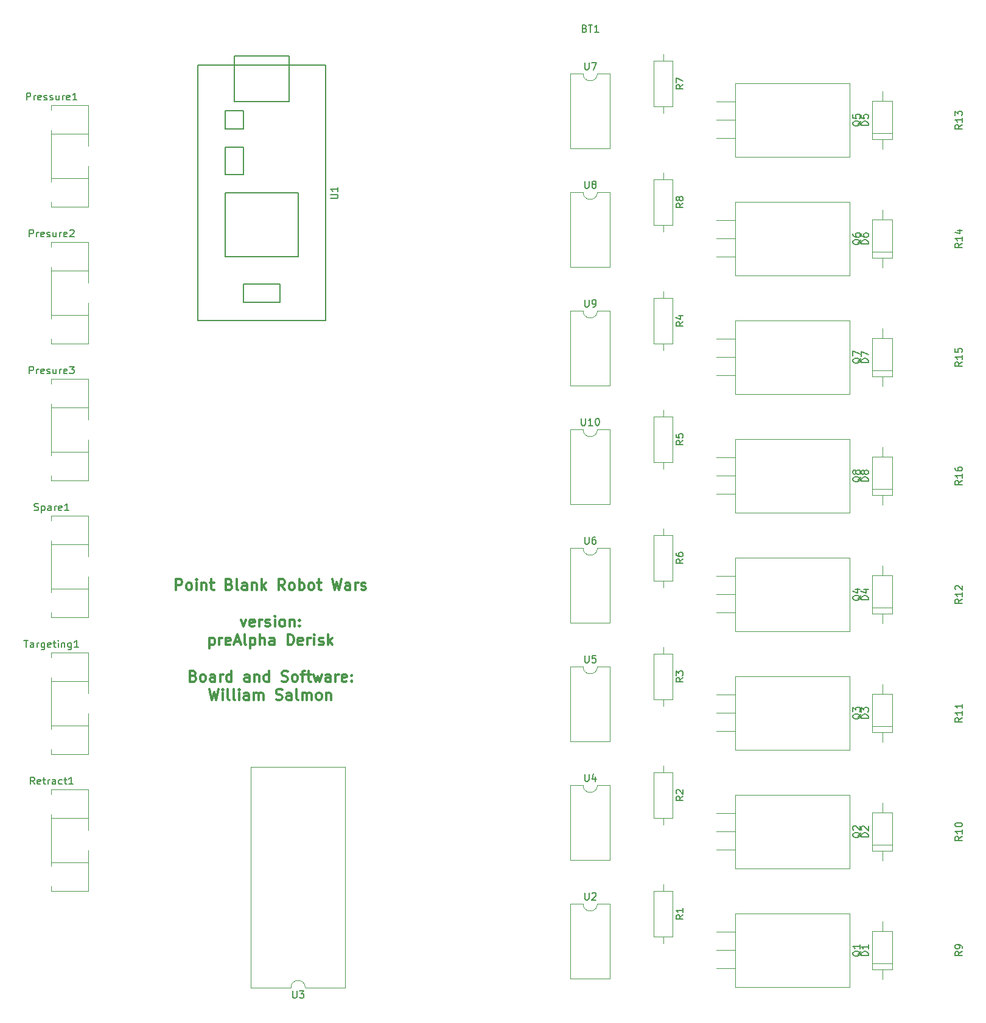
<source format=gto>
G04 #@! TF.FileFunction,Legend,Top*
%FSLAX46Y46*%
G04 Gerber Fmt 4.6, Leading zero omitted, Abs format (unit mm)*
G04 Created by KiCad (PCBNEW (2017-02-01 revision d1f8dbb)-4.0) date Tue Apr 11 00:13:50 2017*
%MOMM*%
%LPD*%
G01*
G04 APERTURE LIST*
%ADD10C,0.150000*%
%ADD11C,0.300000*%
%ADD12C,0.120000*%
G04 APERTURE END LIST*
D10*
D11*
X88421428Y-142883571D02*
X88421428Y-141383571D01*
X88992856Y-141383571D01*
X89135714Y-141455000D01*
X89207142Y-141526429D01*
X89278571Y-141669286D01*
X89278571Y-141883571D01*
X89207142Y-142026429D01*
X89135714Y-142097857D01*
X88992856Y-142169286D01*
X88421428Y-142169286D01*
X90135714Y-142883571D02*
X89992856Y-142812143D01*
X89921428Y-142740714D01*
X89849999Y-142597857D01*
X89849999Y-142169286D01*
X89921428Y-142026429D01*
X89992856Y-141955000D01*
X90135714Y-141883571D01*
X90349999Y-141883571D01*
X90492856Y-141955000D01*
X90564285Y-142026429D01*
X90635714Y-142169286D01*
X90635714Y-142597857D01*
X90564285Y-142740714D01*
X90492856Y-142812143D01*
X90349999Y-142883571D01*
X90135714Y-142883571D01*
X91278571Y-142883571D02*
X91278571Y-141883571D01*
X91278571Y-141383571D02*
X91207142Y-141455000D01*
X91278571Y-141526429D01*
X91349999Y-141455000D01*
X91278571Y-141383571D01*
X91278571Y-141526429D01*
X91992857Y-141883571D02*
X91992857Y-142883571D01*
X91992857Y-142026429D02*
X92064285Y-141955000D01*
X92207143Y-141883571D01*
X92421428Y-141883571D01*
X92564285Y-141955000D01*
X92635714Y-142097857D01*
X92635714Y-142883571D01*
X93135714Y-141883571D02*
X93707143Y-141883571D01*
X93350000Y-141383571D02*
X93350000Y-142669286D01*
X93421428Y-142812143D01*
X93564286Y-142883571D01*
X93707143Y-142883571D01*
X95850000Y-142097857D02*
X96064286Y-142169286D01*
X96135714Y-142240714D01*
X96207143Y-142383571D01*
X96207143Y-142597857D01*
X96135714Y-142740714D01*
X96064286Y-142812143D01*
X95921428Y-142883571D01*
X95350000Y-142883571D01*
X95350000Y-141383571D01*
X95850000Y-141383571D01*
X95992857Y-141455000D01*
X96064286Y-141526429D01*
X96135714Y-141669286D01*
X96135714Y-141812143D01*
X96064286Y-141955000D01*
X95992857Y-142026429D01*
X95850000Y-142097857D01*
X95350000Y-142097857D01*
X97064286Y-142883571D02*
X96921428Y-142812143D01*
X96850000Y-142669286D01*
X96850000Y-141383571D01*
X98278571Y-142883571D02*
X98278571Y-142097857D01*
X98207142Y-141955000D01*
X98064285Y-141883571D01*
X97778571Y-141883571D01*
X97635714Y-141955000D01*
X98278571Y-142812143D02*
X98135714Y-142883571D01*
X97778571Y-142883571D01*
X97635714Y-142812143D01*
X97564285Y-142669286D01*
X97564285Y-142526429D01*
X97635714Y-142383571D01*
X97778571Y-142312143D01*
X98135714Y-142312143D01*
X98278571Y-142240714D01*
X98992857Y-141883571D02*
X98992857Y-142883571D01*
X98992857Y-142026429D02*
X99064285Y-141955000D01*
X99207143Y-141883571D01*
X99421428Y-141883571D01*
X99564285Y-141955000D01*
X99635714Y-142097857D01*
X99635714Y-142883571D01*
X100350000Y-142883571D02*
X100350000Y-141383571D01*
X100492857Y-142312143D02*
X100921428Y-142883571D01*
X100921428Y-141883571D02*
X100350000Y-142455000D01*
X103564286Y-142883571D02*
X103064286Y-142169286D01*
X102707143Y-142883571D02*
X102707143Y-141383571D01*
X103278571Y-141383571D01*
X103421429Y-141455000D01*
X103492857Y-141526429D01*
X103564286Y-141669286D01*
X103564286Y-141883571D01*
X103492857Y-142026429D01*
X103421429Y-142097857D01*
X103278571Y-142169286D01*
X102707143Y-142169286D01*
X104421429Y-142883571D02*
X104278571Y-142812143D01*
X104207143Y-142740714D01*
X104135714Y-142597857D01*
X104135714Y-142169286D01*
X104207143Y-142026429D01*
X104278571Y-141955000D01*
X104421429Y-141883571D01*
X104635714Y-141883571D01*
X104778571Y-141955000D01*
X104850000Y-142026429D01*
X104921429Y-142169286D01*
X104921429Y-142597857D01*
X104850000Y-142740714D01*
X104778571Y-142812143D01*
X104635714Y-142883571D01*
X104421429Y-142883571D01*
X105564286Y-142883571D02*
X105564286Y-141383571D01*
X105564286Y-141955000D02*
X105707143Y-141883571D01*
X105992857Y-141883571D01*
X106135714Y-141955000D01*
X106207143Y-142026429D01*
X106278572Y-142169286D01*
X106278572Y-142597857D01*
X106207143Y-142740714D01*
X106135714Y-142812143D01*
X105992857Y-142883571D01*
X105707143Y-142883571D01*
X105564286Y-142812143D01*
X107135715Y-142883571D02*
X106992857Y-142812143D01*
X106921429Y-142740714D01*
X106850000Y-142597857D01*
X106850000Y-142169286D01*
X106921429Y-142026429D01*
X106992857Y-141955000D01*
X107135715Y-141883571D01*
X107350000Y-141883571D01*
X107492857Y-141955000D01*
X107564286Y-142026429D01*
X107635715Y-142169286D01*
X107635715Y-142597857D01*
X107564286Y-142740714D01*
X107492857Y-142812143D01*
X107350000Y-142883571D01*
X107135715Y-142883571D01*
X108064286Y-141883571D02*
X108635715Y-141883571D01*
X108278572Y-141383571D02*
X108278572Y-142669286D01*
X108350000Y-142812143D01*
X108492858Y-142883571D01*
X108635715Y-142883571D01*
X110135715Y-141383571D02*
X110492858Y-142883571D01*
X110778572Y-141812143D01*
X111064286Y-142883571D01*
X111421429Y-141383571D01*
X112635715Y-142883571D02*
X112635715Y-142097857D01*
X112564286Y-141955000D01*
X112421429Y-141883571D01*
X112135715Y-141883571D01*
X111992858Y-141955000D01*
X112635715Y-142812143D02*
X112492858Y-142883571D01*
X112135715Y-142883571D01*
X111992858Y-142812143D01*
X111921429Y-142669286D01*
X111921429Y-142526429D01*
X111992858Y-142383571D01*
X112135715Y-142312143D01*
X112492858Y-142312143D01*
X112635715Y-142240714D01*
X113350001Y-142883571D02*
X113350001Y-141883571D01*
X113350001Y-142169286D02*
X113421429Y-142026429D01*
X113492858Y-141955000D01*
X113635715Y-141883571D01*
X113778572Y-141883571D01*
X114207143Y-142812143D02*
X114350000Y-142883571D01*
X114635715Y-142883571D01*
X114778572Y-142812143D01*
X114850000Y-142669286D01*
X114850000Y-142597857D01*
X114778572Y-142455000D01*
X114635715Y-142383571D01*
X114421429Y-142383571D01*
X114278572Y-142312143D01*
X114207143Y-142169286D01*
X114207143Y-142097857D01*
X114278572Y-141955000D01*
X114421429Y-141883571D01*
X114635715Y-141883571D01*
X114778572Y-141955000D01*
X97457143Y-146983571D02*
X97814286Y-147983571D01*
X98171428Y-146983571D01*
X99314285Y-147912143D02*
X99171428Y-147983571D01*
X98885714Y-147983571D01*
X98742857Y-147912143D01*
X98671428Y-147769286D01*
X98671428Y-147197857D01*
X98742857Y-147055000D01*
X98885714Y-146983571D01*
X99171428Y-146983571D01*
X99314285Y-147055000D01*
X99385714Y-147197857D01*
X99385714Y-147340714D01*
X98671428Y-147483571D01*
X100028571Y-147983571D02*
X100028571Y-146983571D01*
X100028571Y-147269286D02*
X100099999Y-147126429D01*
X100171428Y-147055000D01*
X100314285Y-146983571D01*
X100457142Y-146983571D01*
X100885713Y-147912143D02*
X101028570Y-147983571D01*
X101314285Y-147983571D01*
X101457142Y-147912143D01*
X101528570Y-147769286D01*
X101528570Y-147697857D01*
X101457142Y-147555000D01*
X101314285Y-147483571D01*
X101099999Y-147483571D01*
X100957142Y-147412143D01*
X100885713Y-147269286D01*
X100885713Y-147197857D01*
X100957142Y-147055000D01*
X101099999Y-146983571D01*
X101314285Y-146983571D01*
X101457142Y-147055000D01*
X102171428Y-147983571D02*
X102171428Y-146983571D01*
X102171428Y-146483571D02*
X102099999Y-146555000D01*
X102171428Y-146626429D01*
X102242856Y-146555000D01*
X102171428Y-146483571D01*
X102171428Y-146626429D01*
X103100000Y-147983571D02*
X102957142Y-147912143D01*
X102885714Y-147840714D01*
X102814285Y-147697857D01*
X102814285Y-147269286D01*
X102885714Y-147126429D01*
X102957142Y-147055000D01*
X103100000Y-146983571D01*
X103314285Y-146983571D01*
X103457142Y-147055000D01*
X103528571Y-147126429D01*
X103600000Y-147269286D01*
X103600000Y-147697857D01*
X103528571Y-147840714D01*
X103457142Y-147912143D01*
X103314285Y-147983571D01*
X103100000Y-147983571D01*
X104242857Y-146983571D02*
X104242857Y-147983571D01*
X104242857Y-147126429D02*
X104314285Y-147055000D01*
X104457143Y-146983571D01*
X104671428Y-146983571D01*
X104814285Y-147055000D01*
X104885714Y-147197857D01*
X104885714Y-147983571D01*
X105600000Y-147840714D02*
X105671428Y-147912143D01*
X105600000Y-147983571D01*
X105528571Y-147912143D01*
X105600000Y-147840714D01*
X105600000Y-147983571D01*
X105600000Y-147055000D02*
X105671428Y-147126429D01*
X105600000Y-147197857D01*
X105528571Y-147126429D01*
X105600000Y-147055000D01*
X105600000Y-147197857D01*
X93100001Y-149533571D02*
X93100001Y-151033571D01*
X93100001Y-149605000D02*
X93242858Y-149533571D01*
X93528572Y-149533571D01*
X93671429Y-149605000D01*
X93742858Y-149676429D01*
X93814287Y-149819286D01*
X93814287Y-150247857D01*
X93742858Y-150390714D01*
X93671429Y-150462143D01*
X93528572Y-150533571D01*
X93242858Y-150533571D01*
X93100001Y-150462143D01*
X94457144Y-150533571D02*
X94457144Y-149533571D01*
X94457144Y-149819286D02*
X94528572Y-149676429D01*
X94600001Y-149605000D01*
X94742858Y-149533571D01*
X94885715Y-149533571D01*
X95957143Y-150462143D02*
X95814286Y-150533571D01*
X95528572Y-150533571D01*
X95385715Y-150462143D01*
X95314286Y-150319286D01*
X95314286Y-149747857D01*
X95385715Y-149605000D01*
X95528572Y-149533571D01*
X95814286Y-149533571D01*
X95957143Y-149605000D01*
X96028572Y-149747857D01*
X96028572Y-149890714D01*
X95314286Y-150033571D01*
X96600000Y-150105000D02*
X97314286Y-150105000D01*
X96457143Y-150533571D02*
X96957143Y-149033571D01*
X97457143Y-150533571D01*
X98171429Y-150533571D02*
X98028571Y-150462143D01*
X97957143Y-150319286D01*
X97957143Y-149033571D01*
X98742857Y-149533571D02*
X98742857Y-151033571D01*
X98742857Y-149605000D02*
X98885714Y-149533571D01*
X99171428Y-149533571D01*
X99314285Y-149605000D01*
X99385714Y-149676429D01*
X99457143Y-149819286D01*
X99457143Y-150247857D01*
X99385714Y-150390714D01*
X99314285Y-150462143D01*
X99171428Y-150533571D01*
X98885714Y-150533571D01*
X98742857Y-150462143D01*
X100100000Y-150533571D02*
X100100000Y-149033571D01*
X100742857Y-150533571D02*
X100742857Y-149747857D01*
X100671428Y-149605000D01*
X100528571Y-149533571D01*
X100314286Y-149533571D01*
X100171428Y-149605000D01*
X100100000Y-149676429D01*
X102100000Y-150533571D02*
X102100000Y-149747857D01*
X102028571Y-149605000D01*
X101885714Y-149533571D01*
X101600000Y-149533571D01*
X101457143Y-149605000D01*
X102100000Y-150462143D02*
X101957143Y-150533571D01*
X101600000Y-150533571D01*
X101457143Y-150462143D01*
X101385714Y-150319286D01*
X101385714Y-150176429D01*
X101457143Y-150033571D01*
X101600000Y-149962143D01*
X101957143Y-149962143D01*
X102100000Y-149890714D01*
X103957143Y-150533571D02*
X103957143Y-149033571D01*
X104314286Y-149033571D01*
X104528571Y-149105000D01*
X104671429Y-149247857D01*
X104742857Y-149390714D01*
X104814286Y-149676429D01*
X104814286Y-149890714D01*
X104742857Y-150176429D01*
X104671429Y-150319286D01*
X104528571Y-150462143D01*
X104314286Y-150533571D01*
X103957143Y-150533571D01*
X106028571Y-150462143D02*
X105885714Y-150533571D01*
X105600000Y-150533571D01*
X105457143Y-150462143D01*
X105385714Y-150319286D01*
X105385714Y-149747857D01*
X105457143Y-149605000D01*
X105600000Y-149533571D01*
X105885714Y-149533571D01*
X106028571Y-149605000D01*
X106100000Y-149747857D01*
X106100000Y-149890714D01*
X105385714Y-150033571D01*
X106742857Y-150533571D02*
X106742857Y-149533571D01*
X106742857Y-149819286D02*
X106814285Y-149676429D01*
X106885714Y-149605000D01*
X107028571Y-149533571D01*
X107171428Y-149533571D01*
X107671428Y-150533571D02*
X107671428Y-149533571D01*
X107671428Y-149033571D02*
X107599999Y-149105000D01*
X107671428Y-149176429D01*
X107742856Y-149105000D01*
X107671428Y-149033571D01*
X107671428Y-149176429D01*
X108314285Y-150462143D02*
X108457142Y-150533571D01*
X108742857Y-150533571D01*
X108885714Y-150462143D01*
X108957142Y-150319286D01*
X108957142Y-150247857D01*
X108885714Y-150105000D01*
X108742857Y-150033571D01*
X108528571Y-150033571D01*
X108385714Y-149962143D01*
X108314285Y-149819286D01*
X108314285Y-149747857D01*
X108385714Y-149605000D01*
X108528571Y-149533571D01*
X108742857Y-149533571D01*
X108885714Y-149605000D01*
X109600000Y-150533571D02*
X109600000Y-149033571D01*
X109742857Y-149962143D02*
X110171428Y-150533571D01*
X110171428Y-149533571D02*
X109600000Y-150105000D01*
X90850000Y-154847857D02*
X91064286Y-154919286D01*
X91135714Y-154990714D01*
X91207143Y-155133571D01*
X91207143Y-155347857D01*
X91135714Y-155490714D01*
X91064286Y-155562143D01*
X90921428Y-155633571D01*
X90350000Y-155633571D01*
X90350000Y-154133571D01*
X90850000Y-154133571D01*
X90992857Y-154205000D01*
X91064286Y-154276429D01*
X91135714Y-154419286D01*
X91135714Y-154562143D01*
X91064286Y-154705000D01*
X90992857Y-154776429D01*
X90850000Y-154847857D01*
X90350000Y-154847857D01*
X92064286Y-155633571D02*
X91921428Y-155562143D01*
X91850000Y-155490714D01*
X91778571Y-155347857D01*
X91778571Y-154919286D01*
X91850000Y-154776429D01*
X91921428Y-154705000D01*
X92064286Y-154633571D01*
X92278571Y-154633571D01*
X92421428Y-154705000D01*
X92492857Y-154776429D01*
X92564286Y-154919286D01*
X92564286Y-155347857D01*
X92492857Y-155490714D01*
X92421428Y-155562143D01*
X92278571Y-155633571D01*
X92064286Y-155633571D01*
X93850000Y-155633571D02*
X93850000Y-154847857D01*
X93778571Y-154705000D01*
X93635714Y-154633571D01*
X93350000Y-154633571D01*
X93207143Y-154705000D01*
X93850000Y-155562143D02*
X93707143Y-155633571D01*
X93350000Y-155633571D01*
X93207143Y-155562143D01*
X93135714Y-155419286D01*
X93135714Y-155276429D01*
X93207143Y-155133571D01*
X93350000Y-155062143D01*
X93707143Y-155062143D01*
X93850000Y-154990714D01*
X94564286Y-155633571D02*
X94564286Y-154633571D01*
X94564286Y-154919286D02*
X94635714Y-154776429D01*
X94707143Y-154705000D01*
X94850000Y-154633571D01*
X94992857Y-154633571D01*
X96135714Y-155633571D02*
X96135714Y-154133571D01*
X96135714Y-155562143D02*
X95992857Y-155633571D01*
X95707143Y-155633571D01*
X95564285Y-155562143D01*
X95492857Y-155490714D01*
X95421428Y-155347857D01*
X95421428Y-154919286D01*
X95492857Y-154776429D01*
X95564285Y-154705000D01*
X95707143Y-154633571D01*
X95992857Y-154633571D01*
X96135714Y-154705000D01*
X98635714Y-155633571D02*
X98635714Y-154847857D01*
X98564285Y-154705000D01*
X98421428Y-154633571D01*
X98135714Y-154633571D01*
X97992857Y-154705000D01*
X98635714Y-155562143D02*
X98492857Y-155633571D01*
X98135714Y-155633571D01*
X97992857Y-155562143D01*
X97921428Y-155419286D01*
X97921428Y-155276429D01*
X97992857Y-155133571D01*
X98135714Y-155062143D01*
X98492857Y-155062143D01*
X98635714Y-154990714D01*
X99350000Y-154633571D02*
X99350000Y-155633571D01*
X99350000Y-154776429D02*
X99421428Y-154705000D01*
X99564286Y-154633571D01*
X99778571Y-154633571D01*
X99921428Y-154705000D01*
X99992857Y-154847857D01*
X99992857Y-155633571D01*
X101350000Y-155633571D02*
X101350000Y-154133571D01*
X101350000Y-155562143D02*
X101207143Y-155633571D01*
X100921429Y-155633571D01*
X100778571Y-155562143D01*
X100707143Y-155490714D01*
X100635714Y-155347857D01*
X100635714Y-154919286D01*
X100707143Y-154776429D01*
X100778571Y-154705000D01*
X100921429Y-154633571D01*
X101207143Y-154633571D01*
X101350000Y-154705000D01*
X103135714Y-155562143D02*
X103350000Y-155633571D01*
X103707143Y-155633571D01*
X103850000Y-155562143D01*
X103921429Y-155490714D01*
X103992857Y-155347857D01*
X103992857Y-155205000D01*
X103921429Y-155062143D01*
X103850000Y-154990714D01*
X103707143Y-154919286D01*
X103421429Y-154847857D01*
X103278571Y-154776429D01*
X103207143Y-154705000D01*
X103135714Y-154562143D01*
X103135714Y-154419286D01*
X103207143Y-154276429D01*
X103278571Y-154205000D01*
X103421429Y-154133571D01*
X103778571Y-154133571D01*
X103992857Y-154205000D01*
X104850000Y-155633571D02*
X104707142Y-155562143D01*
X104635714Y-155490714D01*
X104564285Y-155347857D01*
X104564285Y-154919286D01*
X104635714Y-154776429D01*
X104707142Y-154705000D01*
X104850000Y-154633571D01*
X105064285Y-154633571D01*
X105207142Y-154705000D01*
X105278571Y-154776429D01*
X105350000Y-154919286D01*
X105350000Y-155347857D01*
X105278571Y-155490714D01*
X105207142Y-155562143D01*
X105064285Y-155633571D01*
X104850000Y-155633571D01*
X105778571Y-154633571D02*
X106350000Y-154633571D01*
X105992857Y-155633571D02*
X105992857Y-154347857D01*
X106064285Y-154205000D01*
X106207143Y-154133571D01*
X106350000Y-154133571D01*
X106635714Y-154633571D02*
X107207143Y-154633571D01*
X106850000Y-154133571D02*
X106850000Y-155419286D01*
X106921428Y-155562143D01*
X107064286Y-155633571D01*
X107207143Y-155633571D01*
X107564286Y-154633571D02*
X107850000Y-155633571D01*
X108135714Y-154919286D01*
X108421429Y-155633571D01*
X108707143Y-154633571D01*
X109921429Y-155633571D02*
X109921429Y-154847857D01*
X109850000Y-154705000D01*
X109707143Y-154633571D01*
X109421429Y-154633571D01*
X109278572Y-154705000D01*
X109921429Y-155562143D02*
X109778572Y-155633571D01*
X109421429Y-155633571D01*
X109278572Y-155562143D01*
X109207143Y-155419286D01*
X109207143Y-155276429D01*
X109278572Y-155133571D01*
X109421429Y-155062143D01*
X109778572Y-155062143D01*
X109921429Y-154990714D01*
X110635715Y-155633571D02*
X110635715Y-154633571D01*
X110635715Y-154919286D02*
X110707143Y-154776429D01*
X110778572Y-154705000D01*
X110921429Y-154633571D01*
X111064286Y-154633571D01*
X112135714Y-155562143D02*
X111992857Y-155633571D01*
X111707143Y-155633571D01*
X111564286Y-155562143D01*
X111492857Y-155419286D01*
X111492857Y-154847857D01*
X111564286Y-154705000D01*
X111707143Y-154633571D01*
X111992857Y-154633571D01*
X112135714Y-154705000D01*
X112207143Y-154847857D01*
X112207143Y-154990714D01*
X111492857Y-155133571D01*
X112850000Y-155490714D02*
X112921428Y-155562143D01*
X112850000Y-155633571D01*
X112778571Y-155562143D01*
X112850000Y-155490714D01*
X112850000Y-155633571D01*
X112850000Y-154705000D02*
X112921428Y-154776429D01*
X112850000Y-154847857D01*
X112778571Y-154776429D01*
X112850000Y-154705000D01*
X112850000Y-154847857D01*
X93064286Y-156683571D02*
X93421429Y-158183571D01*
X93707143Y-157112143D01*
X93992857Y-158183571D01*
X94350000Y-156683571D01*
X94921429Y-158183571D02*
X94921429Y-157183571D01*
X94921429Y-156683571D02*
X94850000Y-156755000D01*
X94921429Y-156826429D01*
X94992857Y-156755000D01*
X94921429Y-156683571D01*
X94921429Y-156826429D01*
X95850001Y-158183571D02*
X95707143Y-158112143D01*
X95635715Y-157969286D01*
X95635715Y-156683571D01*
X96635715Y-158183571D02*
X96492857Y-158112143D01*
X96421429Y-157969286D01*
X96421429Y-156683571D01*
X97207143Y-158183571D02*
X97207143Y-157183571D01*
X97207143Y-156683571D02*
X97135714Y-156755000D01*
X97207143Y-156826429D01*
X97278571Y-156755000D01*
X97207143Y-156683571D01*
X97207143Y-156826429D01*
X98564286Y-158183571D02*
X98564286Y-157397857D01*
X98492857Y-157255000D01*
X98350000Y-157183571D01*
X98064286Y-157183571D01*
X97921429Y-157255000D01*
X98564286Y-158112143D02*
X98421429Y-158183571D01*
X98064286Y-158183571D01*
X97921429Y-158112143D01*
X97850000Y-157969286D01*
X97850000Y-157826429D01*
X97921429Y-157683571D01*
X98064286Y-157612143D01*
X98421429Y-157612143D01*
X98564286Y-157540714D01*
X99278572Y-158183571D02*
X99278572Y-157183571D01*
X99278572Y-157326429D02*
X99350000Y-157255000D01*
X99492858Y-157183571D01*
X99707143Y-157183571D01*
X99850000Y-157255000D01*
X99921429Y-157397857D01*
X99921429Y-158183571D01*
X99921429Y-157397857D02*
X99992858Y-157255000D01*
X100135715Y-157183571D01*
X100350000Y-157183571D01*
X100492858Y-157255000D01*
X100564286Y-157397857D01*
X100564286Y-158183571D01*
X102350000Y-158112143D02*
X102564286Y-158183571D01*
X102921429Y-158183571D01*
X103064286Y-158112143D01*
X103135715Y-158040714D01*
X103207143Y-157897857D01*
X103207143Y-157755000D01*
X103135715Y-157612143D01*
X103064286Y-157540714D01*
X102921429Y-157469286D01*
X102635715Y-157397857D01*
X102492857Y-157326429D01*
X102421429Y-157255000D01*
X102350000Y-157112143D01*
X102350000Y-156969286D01*
X102421429Y-156826429D01*
X102492857Y-156755000D01*
X102635715Y-156683571D01*
X102992857Y-156683571D01*
X103207143Y-156755000D01*
X104492857Y-158183571D02*
X104492857Y-157397857D01*
X104421428Y-157255000D01*
X104278571Y-157183571D01*
X103992857Y-157183571D01*
X103850000Y-157255000D01*
X104492857Y-158112143D02*
X104350000Y-158183571D01*
X103992857Y-158183571D01*
X103850000Y-158112143D01*
X103778571Y-157969286D01*
X103778571Y-157826429D01*
X103850000Y-157683571D01*
X103992857Y-157612143D01*
X104350000Y-157612143D01*
X104492857Y-157540714D01*
X105421429Y-158183571D02*
X105278571Y-158112143D01*
X105207143Y-157969286D01*
X105207143Y-156683571D01*
X105992857Y-158183571D02*
X105992857Y-157183571D01*
X105992857Y-157326429D02*
X106064285Y-157255000D01*
X106207143Y-157183571D01*
X106421428Y-157183571D01*
X106564285Y-157255000D01*
X106635714Y-157397857D01*
X106635714Y-158183571D01*
X106635714Y-157397857D02*
X106707143Y-157255000D01*
X106850000Y-157183571D01*
X107064285Y-157183571D01*
X107207143Y-157255000D01*
X107278571Y-157397857D01*
X107278571Y-158183571D01*
X108207143Y-158183571D02*
X108064285Y-158112143D01*
X107992857Y-158040714D01*
X107921428Y-157897857D01*
X107921428Y-157469286D01*
X107992857Y-157326429D01*
X108064285Y-157255000D01*
X108207143Y-157183571D01*
X108421428Y-157183571D01*
X108564285Y-157255000D01*
X108635714Y-157326429D01*
X108707143Y-157469286D01*
X108707143Y-157897857D01*
X108635714Y-158040714D01*
X108564285Y-158112143D01*
X108421428Y-158183571D01*
X108207143Y-158183571D01*
X109350000Y-157183571D02*
X109350000Y-158183571D01*
X109350000Y-157326429D02*
X109421428Y-157255000D01*
X109564286Y-157183571D01*
X109778571Y-157183571D01*
X109921428Y-157255000D01*
X109992857Y-157397857D01*
X109992857Y-158183571D01*
D12*
X166250000Y-72350000D02*
X166250000Y-82590000D01*
X182140000Y-72350000D02*
X182140000Y-82590000D01*
X182140000Y-72350000D02*
X166250000Y-72350000D01*
X182140000Y-82590000D02*
X166250000Y-82590000D01*
X166250000Y-74930000D02*
X163610000Y-74930000D01*
X166250000Y-77470000D02*
X163626000Y-77470000D01*
X166250000Y-80010000D02*
X163626000Y-80010000D01*
X166250000Y-171410000D02*
X166250000Y-181650000D01*
X182140000Y-171410000D02*
X182140000Y-181650000D01*
X182140000Y-171410000D02*
X166250000Y-171410000D01*
X182140000Y-181650000D02*
X166250000Y-181650000D01*
X166250000Y-173990000D02*
X163610000Y-173990000D01*
X166250000Y-176530000D02*
X163626000Y-176530000D01*
X166250000Y-179070000D02*
X163626000Y-179070000D01*
X106410000Y-198240000D02*
X111990000Y-198240000D01*
X111990000Y-198240000D02*
X111990000Y-167520000D01*
X111990000Y-167520000D02*
X98830000Y-167520000D01*
X98830000Y-167520000D02*
X98830000Y-198240000D01*
X98830000Y-198240000D02*
X104410000Y-198240000D01*
X104410000Y-198240000D02*
G75*
G02X106410000Y-198240000I1000000J0D01*
G01*
X145050000Y-186570000D02*
X143280000Y-186570000D01*
X143280000Y-186570000D02*
X143280000Y-196970000D01*
X143280000Y-196970000D02*
X148820000Y-196970000D01*
X148820000Y-196970000D02*
X148820000Y-186570000D01*
X148820000Y-186570000D02*
X147050000Y-186570000D01*
X147050000Y-186570000D02*
G75*
G02X145050000Y-186570000I-1000000J0D01*
G01*
D10*
X96520000Y-69850000D02*
X96520000Y-68580000D01*
X96520000Y-68580000D02*
X104140000Y-68580000D01*
X104140000Y-68580000D02*
X104140000Y-69850000D01*
X95250000Y-81280000D02*
X95250000Y-85090000D01*
X95250000Y-85090000D02*
X97790000Y-85090000D01*
X97790000Y-85090000D02*
X97790000Y-81280000D01*
X97790000Y-81280000D02*
X95250000Y-81280000D01*
X96520000Y-74930000D02*
X104140000Y-74930000D01*
X104140000Y-74930000D02*
X104140000Y-69850000D01*
X96520000Y-74930000D02*
X96520000Y-69850000D01*
X95250000Y-76200000D02*
X95250000Y-78740000D01*
X95250000Y-78740000D02*
X97790000Y-78740000D01*
X97790000Y-78740000D02*
X97790000Y-76200000D01*
X97790000Y-76200000D02*
X95250000Y-76200000D01*
X102870000Y-102870000D02*
X97790000Y-102870000D01*
X97790000Y-102870000D02*
X97790000Y-100330000D01*
X97790000Y-100330000D02*
X102870000Y-100330000D01*
X102870000Y-100330000D02*
X102870000Y-102870000D01*
X95250000Y-96520000D02*
X105410000Y-96520000D01*
X105410000Y-87630000D02*
X95250000Y-87630000D01*
X105410000Y-96520000D02*
X105410000Y-87630000D01*
X95250000Y-96520000D02*
X95250000Y-87630000D01*
X109220000Y-69850000D02*
X109220000Y-105410000D01*
X109220000Y-105410000D02*
X91440000Y-105410000D01*
X91440000Y-105410000D02*
X91440000Y-69850000D01*
X91440000Y-69850000D02*
X109220000Y-69850000D01*
D12*
X145050000Y-170060000D02*
X143280000Y-170060000D01*
X143280000Y-170060000D02*
X143280000Y-180460000D01*
X143280000Y-180460000D02*
X148820000Y-180460000D01*
X148820000Y-180460000D02*
X148820000Y-170060000D01*
X148820000Y-170060000D02*
X147050000Y-170060000D01*
X147050000Y-170060000D02*
G75*
G02X145050000Y-170060000I-1000000J0D01*
G01*
X145050000Y-153550000D02*
X143280000Y-153550000D01*
X143280000Y-153550000D02*
X143280000Y-163950000D01*
X143280000Y-163950000D02*
X148820000Y-163950000D01*
X148820000Y-163950000D02*
X148820000Y-153550000D01*
X148820000Y-153550000D02*
X147050000Y-153550000D01*
X147050000Y-153550000D02*
G75*
G02X145050000Y-153550000I-1000000J0D01*
G01*
X145050000Y-137040000D02*
X143280000Y-137040000D01*
X143280000Y-137040000D02*
X143280000Y-147440000D01*
X143280000Y-147440000D02*
X148820000Y-147440000D01*
X148820000Y-147440000D02*
X148820000Y-137040000D01*
X148820000Y-137040000D02*
X147050000Y-137040000D01*
X147050000Y-137040000D02*
G75*
G02X145050000Y-137040000I-1000000J0D01*
G01*
X145050000Y-71000000D02*
X143280000Y-71000000D01*
X143280000Y-71000000D02*
X143280000Y-81400000D01*
X143280000Y-81400000D02*
X148820000Y-81400000D01*
X148820000Y-81400000D02*
X148820000Y-71000000D01*
X148820000Y-71000000D02*
X147050000Y-71000000D01*
X147050000Y-71000000D02*
G75*
G02X145050000Y-71000000I-1000000J0D01*
G01*
X145050000Y-87510000D02*
X143280000Y-87510000D01*
X143280000Y-87510000D02*
X143280000Y-97910000D01*
X143280000Y-97910000D02*
X148820000Y-97910000D01*
X148820000Y-97910000D02*
X148820000Y-87510000D01*
X148820000Y-87510000D02*
X147050000Y-87510000D01*
X147050000Y-87510000D02*
G75*
G02X145050000Y-87510000I-1000000J0D01*
G01*
X145050000Y-104020000D02*
X143280000Y-104020000D01*
X143280000Y-104020000D02*
X143280000Y-114420000D01*
X143280000Y-114420000D02*
X148820000Y-114420000D01*
X148820000Y-114420000D02*
X148820000Y-104020000D01*
X148820000Y-104020000D02*
X147050000Y-104020000D01*
X147050000Y-104020000D02*
G75*
G02X145050000Y-104020000I-1000000J0D01*
G01*
X145050000Y-120530000D02*
X143280000Y-120530000D01*
X143280000Y-120530000D02*
X143280000Y-130930000D01*
X143280000Y-130930000D02*
X148820000Y-130930000D01*
X148820000Y-130930000D02*
X148820000Y-120530000D01*
X148820000Y-120530000D02*
X147050000Y-120530000D01*
X147050000Y-120530000D02*
G75*
G02X145050000Y-120530000I-1000000J0D01*
G01*
X71059000Y-75410000D02*
X76180000Y-75410000D01*
X71059000Y-89530000D02*
X76180000Y-89530000D01*
X76180000Y-75410000D02*
X76180000Y-81105000D01*
X76180000Y-83835000D02*
X76180000Y-89530000D01*
X71059000Y-88835000D02*
X71059000Y-89530000D01*
X71059000Y-75410000D02*
X71059000Y-76105000D01*
X71059000Y-78835000D02*
X71059000Y-86105000D01*
X71059000Y-79410000D02*
X76180000Y-79410000D01*
X71059000Y-85530000D02*
X76180000Y-85530000D01*
X71059000Y-79410000D02*
X71059000Y-85530000D01*
X76180000Y-79410000D02*
X76180000Y-81105000D01*
X76180000Y-83835000D02*
X76180000Y-85530000D01*
X71059000Y-94460000D02*
X76180000Y-94460000D01*
X71059000Y-108580000D02*
X76180000Y-108580000D01*
X76180000Y-94460000D02*
X76180000Y-100155000D01*
X76180000Y-102885000D02*
X76180000Y-108580000D01*
X71059000Y-107885000D02*
X71059000Y-108580000D01*
X71059000Y-94460000D02*
X71059000Y-95155000D01*
X71059000Y-97885000D02*
X71059000Y-105155000D01*
X71059000Y-98460000D02*
X76180000Y-98460000D01*
X71059000Y-104580000D02*
X76180000Y-104580000D01*
X71059000Y-98460000D02*
X71059000Y-104580000D01*
X76180000Y-98460000D02*
X76180000Y-100155000D01*
X76180000Y-102885000D02*
X76180000Y-104580000D01*
X71059000Y-113510000D02*
X76180000Y-113510000D01*
X71059000Y-127630000D02*
X76180000Y-127630000D01*
X76180000Y-113510000D02*
X76180000Y-119205000D01*
X76180000Y-121935000D02*
X76180000Y-127630000D01*
X71059000Y-126935000D02*
X71059000Y-127630000D01*
X71059000Y-113510000D02*
X71059000Y-114205000D01*
X71059000Y-116935000D02*
X71059000Y-124205000D01*
X71059000Y-117510000D02*
X76180000Y-117510000D01*
X71059000Y-123630000D02*
X76180000Y-123630000D01*
X71059000Y-117510000D02*
X71059000Y-123630000D01*
X76180000Y-117510000D02*
X76180000Y-119205000D01*
X76180000Y-121935000D02*
X76180000Y-123630000D01*
X71059000Y-170660000D02*
X76180000Y-170660000D01*
X71059000Y-184780000D02*
X76180000Y-184780000D01*
X76180000Y-170660000D02*
X76180000Y-176355000D01*
X76180000Y-179085000D02*
X76180000Y-184780000D01*
X71059000Y-184085000D02*
X71059000Y-184780000D01*
X71059000Y-170660000D02*
X71059000Y-171355000D01*
X71059000Y-174085000D02*
X71059000Y-181355000D01*
X71059000Y-174660000D02*
X76180000Y-174660000D01*
X71059000Y-180780000D02*
X76180000Y-180780000D01*
X71059000Y-174660000D02*
X71059000Y-180780000D01*
X76180000Y-174660000D02*
X76180000Y-176355000D01*
X76180000Y-179085000D02*
X76180000Y-180780000D01*
X71059000Y-132560000D02*
X76180000Y-132560000D01*
X71059000Y-146680000D02*
X76180000Y-146680000D01*
X76180000Y-132560000D02*
X76180000Y-138255000D01*
X76180000Y-140985000D02*
X76180000Y-146680000D01*
X71059000Y-145985000D02*
X71059000Y-146680000D01*
X71059000Y-132560000D02*
X71059000Y-133255000D01*
X71059000Y-135985000D02*
X71059000Y-143255000D01*
X71059000Y-136560000D02*
X76180000Y-136560000D01*
X71059000Y-142680000D02*
X76180000Y-142680000D01*
X71059000Y-136560000D02*
X71059000Y-142680000D01*
X76180000Y-136560000D02*
X76180000Y-138255000D01*
X76180000Y-140985000D02*
X76180000Y-142680000D01*
X71059000Y-151610000D02*
X76180000Y-151610000D01*
X71059000Y-165730000D02*
X76180000Y-165730000D01*
X76180000Y-151610000D02*
X76180000Y-157305000D01*
X76180000Y-160035000D02*
X76180000Y-165730000D01*
X71059000Y-165035000D02*
X71059000Y-165730000D01*
X71059000Y-151610000D02*
X71059000Y-152305000D01*
X71059000Y-155035000D02*
X71059000Y-162305000D01*
X71059000Y-155610000D02*
X76180000Y-155610000D01*
X71059000Y-161730000D02*
X76180000Y-161730000D01*
X71059000Y-155610000D02*
X71059000Y-161730000D01*
X76180000Y-155610000D02*
X76180000Y-157305000D01*
X76180000Y-160035000D02*
X76180000Y-161730000D01*
X185280000Y-195700000D02*
X188100000Y-195700000D01*
X188100000Y-195700000D02*
X188100000Y-190380000D01*
X188100000Y-190380000D02*
X185280000Y-190380000D01*
X185280000Y-190380000D02*
X185280000Y-195700000D01*
X186690000Y-197040000D02*
X186690000Y-195700000D01*
X186690000Y-189040000D02*
X186690000Y-190380000D01*
X185280000Y-194860000D02*
X188100000Y-194860000D01*
X185280000Y-179190000D02*
X188100000Y-179190000D01*
X188100000Y-179190000D02*
X188100000Y-173870000D01*
X188100000Y-173870000D02*
X185280000Y-173870000D01*
X185280000Y-173870000D02*
X185280000Y-179190000D01*
X186690000Y-180530000D02*
X186690000Y-179190000D01*
X186690000Y-172530000D02*
X186690000Y-173870000D01*
X185280000Y-178350000D02*
X188100000Y-178350000D01*
X185280000Y-162680000D02*
X188100000Y-162680000D01*
X188100000Y-162680000D02*
X188100000Y-157360000D01*
X188100000Y-157360000D02*
X185280000Y-157360000D01*
X185280000Y-157360000D02*
X185280000Y-162680000D01*
X186690000Y-164020000D02*
X186690000Y-162680000D01*
X186690000Y-156020000D02*
X186690000Y-157360000D01*
X185280000Y-161840000D02*
X188100000Y-161840000D01*
X185280000Y-146170000D02*
X188100000Y-146170000D01*
X188100000Y-146170000D02*
X188100000Y-140850000D01*
X188100000Y-140850000D02*
X185280000Y-140850000D01*
X185280000Y-140850000D02*
X185280000Y-146170000D01*
X186690000Y-147510000D02*
X186690000Y-146170000D01*
X186690000Y-139510000D02*
X186690000Y-140850000D01*
X185280000Y-145330000D02*
X188100000Y-145330000D01*
X185280000Y-80130000D02*
X188100000Y-80130000D01*
X188100000Y-80130000D02*
X188100000Y-74810000D01*
X188100000Y-74810000D02*
X185280000Y-74810000D01*
X185280000Y-74810000D02*
X185280000Y-80130000D01*
X186690000Y-81470000D02*
X186690000Y-80130000D01*
X186690000Y-73470000D02*
X186690000Y-74810000D01*
X185280000Y-79290000D02*
X188100000Y-79290000D01*
X185280000Y-96640000D02*
X188100000Y-96640000D01*
X188100000Y-96640000D02*
X188100000Y-91320000D01*
X188100000Y-91320000D02*
X185280000Y-91320000D01*
X185280000Y-91320000D02*
X185280000Y-96640000D01*
X186690000Y-97980000D02*
X186690000Y-96640000D01*
X186690000Y-89980000D02*
X186690000Y-91320000D01*
X185280000Y-95800000D02*
X188100000Y-95800000D01*
X185280000Y-113150000D02*
X188100000Y-113150000D01*
X188100000Y-113150000D02*
X188100000Y-107830000D01*
X188100000Y-107830000D02*
X185280000Y-107830000D01*
X185280000Y-107830000D02*
X185280000Y-113150000D01*
X186690000Y-114490000D02*
X186690000Y-113150000D01*
X186690000Y-106490000D02*
X186690000Y-107830000D01*
X185280000Y-112310000D02*
X188100000Y-112310000D01*
X157520000Y-184750000D02*
X154900000Y-184750000D01*
X154900000Y-184750000D02*
X154900000Y-191170000D01*
X154900000Y-191170000D02*
X157520000Y-191170000D01*
X157520000Y-191170000D02*
X157520000Y-184750000D01*
X156210000Y-183860000D02*
X156210000Y-184750000D01*
X156210000Y-192060000D02*
X156210000Y-191170000D01*
X157520000Y-168240000D02*
X154900000Y-168240000D01*
X154900000Y-168240000D02*
X154900000Y-174660000D01*
X154900000Y-174660000D02*
X157520000Y-174660000D01*
X157520000Y-174660000D02*
X157520000Y-168240000D01*
X156210000Y-167350000D02*
X156210000Y-168240000D01*
X156210000Y-175550000D02*
X156210000Y-174660000D01*
X157520000Y-151730000D02*
X154900000Y-151730000D01*
X154900000Y-151730000D02*
X154900000Y-158150000D01*
X154900000Y-158150000D02*
X157520000Y-158150000D01*
X157520000Y-158150000D02*
X157520000Y-151730000D01*
X156210000Y-150840000D02*
X156210000Y-151730000D01*
X156210000Y-159040000D02*
X156210000Y-158150000D01*
X157520000Y-102200000D02*
X154900000Y-102200000D01*
X154900000Y-102200000D02*
X154900000Y-108620000D01*
X154900000Y-108620000D02*
X157520000Y-108620000D01*
X157520000Y-108620000D02*
X157520000Y-102200000D01*
X156210000Y-101310000D02*
X156210000Y-102200000D01*
X156210000Y-109510000D02*
X156210000Y-108620000D01*
X157520000Y-118710000D02*
X154900000Y-118710000D01*
X154900000Y-118710000D02*
X154900000Y-125130000D01*
X154900000Y-125130000D02*
X157520000Y-125130000D01*
X157520000Y-125130000D02*
X157520000Y-118710000D01*
X156210000Y-117820000D02*
X156210000Y-118710000D01*
X156210000Y-126020000D02*
X156210000Y-125130000D01*
X157520000Y-135220000D02*
X154900000Y-135220000D01*
X154900000Y-135220000D02*
X154900000Y-141640000D01*
X154900000Y-141640000D02*
X157520000Y-141640000D01*
X157520000Y-141640000D02*
X157520000Y-135220000D01*
X156210000Y-134330000D02*
X156210000Y-135220000D01*
X156210000Y-142530000D02*
X156210000Y-141640000D01*
X157520000Y-69180000D02*
X154900000Y-69180000D01*
X154900000Y-69180000D02*
X154900000Y-75600000D01*
X154900000Y-75600000D02*
X157520000Y-75600000D01*
X157520000Y-75600000D02*
X157520000Y-69180000D01*
X156210000Y-68290000D02*
X156210000Y-69180000D01*
X156210000Y-76490000D02*
X156210000Y-75600000D01*
X157520000Y-85690000D02*
X154900000Y-85690000D01*
X154900000Y-85690000D02*
X154900000Y-92110000D01*
X154900000Y-92110000D02*
X157520000Y-92110000D01*
X157520000Y-92110000D02*
X157520000Y-85690000D01*
X156210000Y-84800000D02*
X156210000Y-85690000D01*
X156210000Y-93000000D02*
X156210000Y-92110000D01*
X185280000Y-129660000D02*
X188100000Y-129660000D01*
X188100000Y-129660000D02*
X188100000Y-124340000D01*
X188100000Y-124340000D02*
X185280000Y-124340000D01*
X185280000Y-124340000D02*
X185280000Y-129660000D01*
X186690000Y-131000000D02*
X186690000Y-129660000D01*
X186690000Y-123000000D02*
X186690000Y-124340000D01*
X185280000Y-128820000D02*
X188100000Y-128820000D01*
X166250000Y-187920000D02*
X166250000Y-198160000D01*
X182140000Y-187920000D02*
X182140000Y-198160000D01*
X182140000Y-187920000D02*
X166250000Y-187920000D01*
X182140000Y-198160000D02*
X166250000Y-198160000D01*
X166250000Y-190500000D02*
X163610000Y-190500000D01*
X166250000Y-193040000D02*
X163626000Y-193040000D01*
X166250000Y-195580000D02*
X163626000Y-195580000D01*
X166250000Y-154900000D02*
X166250000Y-165140000D01*
X182140000Y-154900000D02*
X182140000Y-165140000D01*
X182140000Y-154900000D02*
X166250000Y-154900000D01*
X182140000Y-165140000D02*
X166250000Y-165140000D01*
X166250000Y-157480000D02*
X163610000Y-157480000D01*
X166250000Y-160020000D02*
X163626000Y-160020000D01*
X166250000Y-162560000D02*
X163626000Y-162560000D01*
X166250000Y-138390000D02*
X166250000Y-148630000D01*
X182140000Y-138390000D02*
X182140000Y-148630000D01*
X182140000Y-138390000D02*
X166250000Y-138390000D01*
X182140000Y-148630000D02*
X166250000Y-148630000D01*
X166250000Y-140970000D02*
X163610000Y-140970000D01*
X166250000Y-143510000D02*
X163626000Y-143510000D01*
X166250000Y-146050000D02*
X163626000Y-146050000D01*
X166250000Y-88860000D02*
X166250000Y-99100000D01*
X182140000Y-88860000D02*
X182140000Y-99100000D01*
X182140000Y-88860000D02*
X166250000Y-88860000D01*
X182140000Y-99100000D02*
X166250000Y-99100000D01*
X166250000Y-91440000D02*
X163610000Y-91440000D01*
X166250000Y-93980000D02*
X163626000Y-93980000D01*
X166250000Y-96520000D02*
X163626000Y-96520000D01*
X166250000Y-105370000D02*
X166250000Y-115610000D01*
X182140000Y-105370000D02*
X182140000Y-115610000D01*
X182140000Y-105370000D02*
X166250000Y-105370000D01*
X182140000Y-115610000D02*
X166250000Y-115610000D01*
X166250000Y-107950000D02*
X163610000Y-107950000D01*
X166250000Y-110490000D02*
X163626000Y-110490000D01*
X166250000Y-113030000D02*
X163626000Y-113030000D01*
X166250000Y-121880000D02*
X166250000Y-132120000D01*
X182140000Y-121880000D02*
X182140000Y-132120000D01*
X182140000Y-121880000D02*
X166250000Y-121880000D01*
X182140000Y-132120000D02*
X166250000Y-132120000D01*
X166250000Y-124460000D02*
X163610000Y-124460000D01*
X166250000Y-127000000D02*
X163626000Y-127000000D01*
X166250000Y-129540000D02*
X163626000Y-129540000D01*
D10*
X183687619Y-77565238D02*
X183640000Y-77660476D01*
X183544762Y-77755714D01*
X183401905Y-77898571D01*
X183354286Y-77993810D01*
X183354286Y-78089048D01*
X183592381Y-78041429D02*
X183544762Y-78136667D01*
X183449524Y-78231905D01*
X183259048Y-78279524D01*
X182925714Y-78279524D01*
X182735238Y-78231905D01*
X182640000Y-78136667D01*
X182592381Y-78041429D01*
X182592381Y-77850952D01*
X182640000Y-77755714D01*
X182735238Y-77660476D01*
X182925714Y-77612857D01*
X183259048Y-77612857D01*
X183449524Y-77660476D01*
X183544762Y-77755714D01*
X183592381Y-77850952D01*
X183592381Y-78041429D01*
X182592381Y-76708095D02*
X182592381Y-77184286D01*
X183068571Y-77231905D01*
X183020952Y-77184286D01*
X182973333Y-77089048D01*
X182973333Y-76850952D01*
X183020952Y-76755714D01*
X183068571Y-76708095D01*
X183163810Y-76660476D01*
X183401905Y-76660476D01*
X183497143Y-76708095D01*
X183544762Y-76755714D01*
X183592381Y-76850952D01*
X183592381Y-77089048D01*
X183544762Y-77184286D01*
X183497143Y-77231905D01*
X183687619Y-176625238D02*
X183640000Y-176720476D01*
X183544762Y-176815714D01*
X183401905Y-176958571D01*
X183354286Y-177053810D01*
X183354286Y-177149048D01*
X183592381Y-177101429D02*
X183544762Y-177196667D01*
X183449524Y-177291905D01*
X183259048Y-177339524D01*
X182925714Y-177339524D01*
X182735238Y-177291905D01*
X182640000Y-177196667D01*
X182592381Y-177101429D01*
X182592381Y-176910952D01*
X182640000Y-176815714D01*
X182735238Y-176720476D01*
X182925714Y-176672857D01*
X183259048Y-176672857D01*
X183449524Y-176720476D01*
X183544762Y-176815714D01*
X183592381Y-176910952D01*
X183592381Y-177101429D01*
X182687619Y-176291905D02*
X182640000Y-176244286D01*
X182592381Y-176149048D01*
X182592381Y-175910952D01*
X182640000Y-175815714D01*
X182687619Y-175768095D01*
X182782857Y-175720476D01*
X182878095Y-175720476D01*
X183020952Y-175768095D01*
X183592381Y-176339524D01*
X183592381Y-175720476D01*
X104648095Y-198692381D02*
X104648095Y-199501905D01*
X104695714Y-199597143D01*
X104743333Y-199644762D01*
X104838571Y-199692381D01*
X105029048Y-199692381D01*
X105124286Y-199644762D01*
X105171905Y-199597143D01*
X105219524Y-199501905D01*
X105219524Y-198692381D01*
X105600476Y-198692381D02*
X106219524Y-198692381D01*
X105886190Y-199073333D01*
X106029048Y-199073333D01*
X106124286Y-199120952D01*
X106171905Y-199168571D01*
X106219524Y-199263810D01*
X106219524Y-199501905D01*
X106171905Y-199597143D01*
X106124286Y-199644762D01*
X106029048Y-199692381D01*
X105743333Y-199692381D01*
X105648095Y-199644762D01*
X105600476Y-199597143D01*
X145288095Y-185022381D02*
X145288095Y-185831905D01*
X145335714Y-185927143D01*
X145383333Y-185974762D01*
X145478571Y-186022381D01*
X145669048Y-186022381D01*
X145764286Y-185974762D01*
X145811905Y-185927143D01*
X145859524Y-185831905D01*
X145859524Y-185022381D01*
X146288095Y-185117619D02*
X146335714Y-185070000D01*
X146430952Y-185022381D01*
X146669048Y-185022381D01*
X146764286Y-185070000D01*
X146811905Y-185117619D01*
X146859524Y-185212857D01*
X146859524Y-185308095D01*
X146811905Y-185450952D01*
X146240476Y-186022381D01*
X146859524Y-186022381D01*
X109942381Y-88391905D02*
X110751905Y-88391905D01*
X110847143Y-88344286D01*
X110894762Y-88296667D01*
X110942381Y-88201429D01*
X110942381Y-88010952D01*
X110894762Y-87915714D01*
X110847143Y-87868095D01*
X110751905Y-87820476D01*
X109942381Y-87820476D01*
X110942381Y-86820476D02*
X110942381Y-87391905D01*
X110942381Y-87106191D02*
X109942381Y-87106191D01*
X110085238Y-87201429D01*
X110180476Y-87296667D01*
X110228095Y-87391905D01*
X145288095Y-168512381D02*
X145288095Y-169321905D01*
X145335714Y-169417143D01*
X145383333Y-169464762D01*
X145478571Y-169512381D01*
X145669048Y-169512381D01*
X145764286Y-169464762D01*
X145811905Y-169417143D01*
X145859524Y-169321905D01*
X145859524Y-168512381D01*
X146764286Y-168845714D02*
X146764286Y-169512381D01*
X146526190Y-168464762D02*
X146288095Y-169179048D01*
X146907143Y-169179048D01*
X145288095Y-152002381D02*
X145288095Y-152811905D01*
X145335714Y-152907143D01*
X145383333Y-152954762D01*
X145478571Y-153002381D01*
X145669048Y-153002381D01*
X145764286Y-152954762D01*
X145811905Y-152907143D01*
X145859524Y-152811905D01*
X145859524Y-152002381D01*
X146811905Y-152002381D02*
X146335714Y-152002381D01*
X146288095Y-152478571D01*
X146335714Y-152430952D01*
X146430952Y-152383333D01*
X146669048Y-152383333D01*
X146764286Y-152430952D01*
X146811905Y-152478571D01*
X146859524Y-152573810D01*
X146859524Y-152811905D01*
X146811905Y-152907143D01*
X146764286Y-152954762D01*
X146669048Y-153002381D01*
X146430952Y-153002381D01*
X146335714Y-152954762D01*
X146288095Y-152907143D01*
X145288095Y-135492381D02*
X145288095Y-136301905D01*
X145335714Y-136397143D01*
X145383333Y-136444762D01*
X145478571Y-136492381D01*
X145669048Y-136492381D01*
X145764286Y-136444762D01*
X145811905Y-136397143D01*
X145859524Y-136301905D01*
X145859524Y-135492381D01*
X146764286Y-135492381D02*
X146573809Y-135492381D01*
X146478571Y-135540000D01*
X146430952Y-135587619D01*
X146335714Y-135730476D01*
X146288095Y-135920952D01*
X146288095Y-136301905D01*
X146335714Y-136397143D01*
X146383333Y-136444762D01*
X146478571Y-136492381D01*
X146669048Y-136492381D01*
X146764286Y-136444762D01*
X146811905Y-136397143D01*
X146859524Y-136301905D01*
X146859524Y-136063810D01*
X146811905Y-135968571D01*
X146764286Y-135920952D01*
X146669048Y-135873333D01*
X146478571Y-135873333D01*
X146383333Y-135920952D01*
X146335714Y-135968571D01*
X146288095Y-136063810D01*
X145288095Y-69452381D02*
X145288095Y-70261905D01*
X145335714Y-70357143D01*
X145383333Y-70404762D01*
X145478571Y-70452381D01*
X145669048Y-70452381D01*
X145764286Y-70404762D01*
X145811905Y-70357143D01*
X145859524Y-70261905D01*
X145859524Y-69452381D01*
X146240476Y-69452381D02*
X146907143Y-69452381D01*
X146478571Y-70452381D01*
X145288095Y-85962381D02*
X145288095Y-86771905D01*
X145335714Y-86867143D01*
X145383333Y-86914762D01*
X145478571Y-86962381D01*
X145669048Y-86962381D01*
X145764286Y-86914762D01*
X145811905Y-86867143D01*
X145859524Y-86771905D01*
X145859524Y-85962381D01*
X146478571Y-86390952D02*
X146383333Y-86343333D01*
X146335714Y-86295714D01*
X146288095Y-86200476D01*
X146288095Y-86152857D01*
X146335714Y-86057619D01*
X146383333Y-86010000D01*
X146478571Y-85962381D01*
X146669048Y-85962381D01*
X146764286Y-86010000D01*
X146811905Y-86057619D01*
X146859524Y-86152857D01*
X146859524Y-86200476D01*
X146811905Y-86295714D01*
X146764286Y-86343333D01*
X146669048Y-86390952D01*
X146478571Y-86390952D01*
X146383333Y-86438571D01*
X146335714Y-86486190D01*
X146288095Y-86581429D01*
X146288095Y-86771905D01*
X146335714Y-86867143D01*
X146383333Y-86914762D01*
X146478571Y-86962381D01*
X146669048Y-86962381D01*
X146764286Y-86914762D01*
X146811905Y-86867143D01*
X146859524Y-86771905D01*
X146859524Y-86581429D01*
X146811905Y-86486190D01*
X146764286Y-86438571D01*
X146669048Y-86390952D01*
X145288095Y-102472381D02*
X145288095Y-103281905D01*
X145335714Y-103377143D01*
X145383333Y-103424762D01*
X145478571Y-103472381D01*
X145669048Y-103472381D01*
X145764286Y-103424762D01*
X145811905Y-103377143D01*
X145859524Y-103281905D01*
X145859524Y-102472381D01*
X146383333Y-103472381D02*
X146573809Y-103472381D01*
X146669048Y-103424762D01*
X146716667Y-103377143D01*
X146811905Y-103234286D01*
X146859524Y-103043810D01*
X146859524Y-102662857D01*
X146811905Y-102567619D01*
X146764286Y-102520000D01*
X146669048Y-102472381D01*
X146478571Y-102472381D01*
X146383333Y-102520000D01*
X146335714Y-102567619D01*
X146288095Y-102662857D01*
X146288095Y-102900952D01*
X146335714Y-102996190D01*
X146383333Y-103043810D01*
X146478571Y-103091429D01*
X146669048Y-103091429D01*
X146764286Y-103043810D01*
X146811905Y-102996190D01*
X146859524Y-102900952D01*
X144811905Y-118982381D02*
X144811905Y-119791905D01*
X144859524Y-119887143D01*
X144907143Y-119934762D01*
X145002381Y-119982381D01*
X145192858Y-119982381D01*
X145288096Y-119934762D01*
X145335715Y-119887143D01*
X145383334Y-119791905D01*
X145383334Y-118982381D01*
X146383334Y-119982381D02*
X145811905Y-119982381D01*
X146097619Y-119982381D02*
X146097619Y-118982381D01*
X146002381Y-119125238D01*
X145907143Y-119220476D01*
X145811905Y-119268095D01*
X147002381Y-118982381D02*
X147097620Y-118982381D01*
X147192858Y-119030000D01*
X147240477Y-119077619D01*
X147288096Y-119172857D01*
X147335715Y-119363333D01*
X147335715Y-119601429D01*
X147288096Y-119791905D01*
X147240477Y-119887143D01*
X147192858Y-119934762D01*
X147097620Y-119982381D01*
X147002381Y-119982381D01*
X146907143Y-119934762D01*
X146859524Y-119887143D01*
X146811905Y-119791905D01*
X146764286Y-119601429D01*
X146764286Y-119363333D01*
X146811905Y-119172857D01*
X146859524Y-119077619D01*
X146907143Y-119030000D01*
X147002381Y-118982381D01*
X67643809Y-74672381D02*
X67643809Y-73672381D01*
X68024762Y-73672381D01*
X68120000Y-73720000D01*
X68167619Y-73767619D01*
X68215238Y-73862857D01*
X68215238Y-74005714D01*
X68167619Y-74100952D01*
X68120000Y-74148571D01*
X68024762Y-74196190D01*
X67643809Y-74196190D01*
X68643809Y-74672381D02*
X68643809Y-74005714D01*
X68643809Y-74196190D02*
X68691428Y-74100952D01*
X68739047Y-74053333D01*
X68834285Y-74005714D01*
X68929524Y-74005714D01*
X69643810Y-74624762D02*
X69548572Y-74672381D01*
X69358095Y-74672381D01*
X69262857Y-74624762D01*
X69215238Y-74529524D01*
X69215238Y-74148571D01*
X69262857Y-74053333D01*
X69358095Y-74005714D01*
X69548572Y-74005714D01*
X69643810Y-74053333D01*
X69691429Y-74148571D01*
X69691429Y-74243810D01*
X69215238Y-74339048D01*
X70072381Y-74624762D02*
X70167619Y-74672381D01*
X70358095Y-74672381D01*
X70453334Y-74624762D01*
X70500953Y-74529524D01*
X70500953Y-74481905D01*
X70453334Y-74386667D01*
X70358095Y-74339048D01*
X70215238Y-74339048D01*
X70120000Y-74291429D01*
X70072381Y-74196190D01*
X70072381Y-74148571D01*
X70120000Y-74053333D01*
X70215238Y-74005714D01*
X70358095Y-74005714D01*
X70453334Y-74053333D01*
X70881905Y-74624762D02*
X70977143Y-74672381D01*
X71167619Y-74672381D01*
X71262858Y-74624762D01*
X71310477Y-74529524D01*
X71310477Y-74481905D01*
X71262858Y-74386667D01*
X71167619Y-74339048D01*
X71024762Y-74339048D01*
X70929524Y-74291429D01*
X70881905Y-74196190D01*
X70881905Y-74148571D01*
X70929524Y-74053333D01*
X71024762Y-74005714D01*
X71167619Y-74005714D01*
X71262858Y-74053333D01*
X72167620Y-74005714D02*
X72167620Y-74672381D01*
X71739048Y-74005714D02*
X71739048Y-74529524D01*
X71786667Y-74624762D01*
X71881905Y-74672381D01*
X72024763Y-74672381D01*
X72120001Y-74624762D01*
X72167620Y-74577143D01*
X72643810Y-74672381D02*
X72643810Y-74005714D01*
X72643810Y-74196190D02*
X72691429Y-74100952D01*
X72739048Y-74053333D01*
X72834286Y-74005714D01*
X72929525Y-74005714D01*
X73643811Y-74624762D02*
X73548573Y-74672381D01*
X73358096Y-74672381D01*
X73262858Y-74624762D01*
X73215239Y-74529524D01*
X73215239Y-74148571D01*
X73262858Y-74053333D01*
X73358096Y-74005714D01*
X73548573Y-74005714D01*
X73643811Y-74053333D01*
X73691430Y-74148571D01*
X73691430Y-74243810D01*
X73215239Y-74339048D01*
X74643811Y-74672381D02*
X74072382Y-74672381D01*
X74358096Y-74672381D02*
X74358096Y-73672381D01*
X74262858Y-73815238D01*
X74167620Y-73910476D01*
X74072382Y-73958095D01*
X68048571Y-93722381D02*
X68048571Y-92722381D01*
X68429524Y-92722381D01*
X68524762Y-92770000D01*
X68572381Y-92817619D01*
X68620000Y-92912857D01*
X68620000Y-93055714D01*
X68572381Y-93150952D01*
X68524762Y-93198571D01*
X68429524Y-93246190D01*
X68048571Y-93246190D01*
X69048571Y-93722381D02*
X69048571Y-93055714D01*
X69048571Y-93246190D02*
X69096190Y-93150952D01*
X69143809Y-93103333D01*
X69239047Y-93055714D01*
X69334286Y-93055714D01*
X70048572Y-93674762D02*
X69953334Y-93722381D01*
X69762857Y-93722381D01*
X69667619Y-93674762D01*
X69620000Y-93579524D01*
X69620000Y-93198571D01*
X69667619Y-93103333D01*
X69762857Y-93055714D01*
X69953334Y-93055714D01*
X70048572Y-93103333D01*
X70096191Y-93198571D01*
X70096191Y-93293810D01*
X69620000Y-93389048D01*
X70477143Y-93674762D02*
X70572381Y-93722381D01*
X70762857Y-93722381D01*
X70858096Y-93674762D01*
X70905715Y-93579524D01*
X70905715Y-93531905D01*
X70858096Y-93436667D01*
X70762857Y-93389048D01*
X70620000Y-93389048D01*
X70524762Y-93341429D01*
X70477143Y-93246190D01*
X70477143Y-93198571D01*
X70524762Y-93103333D01*
X70620000Y-93055714D01*
X70762857Y-93055714D01*
X70858096Y-93103333D01*
X71762858Y-93055714D02*
X71762858Y-93722381D01*
X71334286Y-93055714D02*
X71334286Y-93579524D01*
X71381905Y-93674762D01*
X71477143Y-93722381D01*
X71620001Y-93722381D01*
X71715239Y-93674762D01*
X71762858Y-93627143D01*
X72239048Y-93722381D02*
X72239048Y-93055714D01*
X72239048Y-93246190D02*
X72286667Y-93150952D01*
X72334286Y-93103333D01*
X72429524Y-93055714D01*
X72524763Y-93055714D01*
X73239049Y-93674762D02*
X73143811Y-93722381D01*
X72953334Y-93722381D01*
X72858096Y-93674762D01*
X72810477Y-93579524D01*
X72810477Y-93198571D01*
X72858096Y-93103333D01*
X72953334Y-93055714D01*
X73143811Y-93055714D01*
X73239049Y-93103333D01*
X73286668Y-93198571D01*
X73286668Y-93293810D01*
X72810477Y-93389048D01*
X73667620Y-92817619D02*
X73715239Y-92770000D01*
X73810477Y-92722381D01*
X74048573Y-92722381D01*
X74143811Y-92770000D01*
X74191430Y-92817619D01*
X74239049Y-92912857D01*
X74239049Y-93008095D01*
X74191430Y-93150952D01*
X73620001Y-93722381D01*
X74239049Y-93722381D01*
X68048571Y-112772381D02*
X68048571Y-111772381D01*
X68429524Y-111772381D01*
X68524762Y-111820000D01*
X68572381Y-111867619D01*
X68620000Y-111962857D01*
X68620000Y-112105714D01*
X68572381Y-112200952D01*
X68524762Y-112248571D01*
X68429524Y-112296190D01*
X68048571Y-112296190D01*
X69048571Y-112772381D02*
X69048571Y-112105714D01*
X69048571Y-112296190D02*
X69096190Y-112200952D01*
X69143809Y-112153333D01*
X69239047Y-112105714D01*
X69334286Y-112105714D01*
X70048572Y-112724762D02*
X69953334Y-112772381D01*
X69762857Y-112772381D01*
X69667619Y-112724762D01*
X69620000Y-112629524D01*
X69620000Y-112248571D01*
X69667619Y-112153333D01*
X69762857Y-112105714D01*
X69953334Y-112105714D01*
X70048572Y-112153333D01*
X70096191Y-112248571D01*
X70096191Y-112343810D01*
X69620000Y-112439048D01*
X70477143Y-112724762D02*
X70572381Y-112772381D01*
X70762857Y-112772381D01*
X70858096Y-112724762D01*
X70905715Y-112629524D01*
X70905715Y-112581905D01*
X70858096Y-112486667D01*
X70762857Y-112439048D01*
X70620000Y-112439048D01*
X70524762Y-112391429D01*
X70477143Y-112296190D01*
X70477143Y-112248571D01*
X70524762Y-112153333D01*
X70620000Y-112105714D01*
X70762857Y-112105714D01*
X70858096Y-112153333D01*
X71762858Y-112105714D02*
X71762858Y-112772381D01*
X71334286Y-112105714D02*
X71334286Y-112629524D01*
X71381905Y-112724762D01*
X71477143Y-112772381D01*
X71620001Y-112772381D01*
X71715239Y-112724762D01*
X71762858Y-112677143D01*
X72239048Y-112772381D02*
X72239048Y-112105714D01*
X72239048Y-112296190D02*
X72286667Y-112200952D01*
X72334286Y-112153333D01*
X72429524Y-112105714D01*
X72524763Y-112105714D01*
X73239049Y-112724762D02*
X73143811Y-112772381D01*
X72953334Y-112772381D01*
X72858096Y-112724762D01*
X72810477Y-112629524D01*
X72810477Y-112248571D01*
X72858096Y-112153333D01*
X72953334Y-112105714D01*
X73143811Y-112105714D01*
X73239049Y-112153333D01*
X73286668Y-112248571D01*
X73286668Y-112343810D01*
X72810477Y-112439048D01*
X73620001Y-111772381D02*
X74239049Y-111772381D01*
X73905715Y-112153333D01*
X74048573Y-112153333D01*
X74143811Y-112200952D01*
X74191430Y-112248571D01*
X74239049Y-112343810D01*
X74239049Y-112581905D01*
X74191430Y-112677143D01*
X74143811Y-112724762D01*
X74048573Y-112772381D01*
X73762858Y-112772381D01*
X73667620Y-112724762D01*
X73620001Y-112677143D01*
X68762857Y-169922381D02*
X68429523Y-169446190D01*
X68191428Y-169922381D02*
X68191428Y-168922381D01*
X68572381Y-168922381D01*
X68667619Y-168970000D01*
X68715238Y-169017619D01*
X68762857Y-169112857D01*
X68762857Y-169255714D01*
X68715238Y-169350952D01*
X68667619Y-169398571D01*
X68572381Y-169446190D01*
X68191428Y-169446190D01*
X69572381Y-169874762D02*
X69477143Y-169922381D01*
X69286666Y-169922381D01*
X69191428Y-169874762D01*
X69143809Y-169779524D01*
X69143809Y-169398571D01*
X69191428Y-169303333D01*
X69286666Y-169255714D01*
X69477143Y-169255714D01*
X69572381Y-169303333D01*
X69620000Y-169398571D01*
X69620000Y-169493810D01*
X69143809Y-169589048D01*
X69905714Y-169255714D02*
X70286666Y-169255714D01*
X70048571Y-168922381D02*
X70048571Y-169779524D01*
X70096190Y-169874762D01*
X70191428Y-169922381D01*
X70286666Y-169922381D01*
X70620000Y-169922381D02*
X70620000Y-169255714D01*
X70620000Y-169446190D02*
X70667619Y-169350952D01*
X70715238Y-169303333D01*
X70810476Y-169255714D01*
X70905715Y-169255714D01*
X71667620Y-169922381D02*
X71667620Y-169398571D01*
X71620001Y-169303333D01*
X71524763Y-169255714D01*
X71334286Y-169255714D01*
X71239048Y-169303333D01*
X71667620Y-169874762D02*
X71572382Y-169922381D01*
X71334286Y-169922381D01*
X71239048Y-169874762D01*
X71191429Y-169779524D01*
X71191429Y-169684286D01*
X71239048Y-169589048D01*
X71334286Y-169541429D01*
X71572382Y-169541429D01*
X71667620Y-169493810D01*
X72572382Y-169874762D02*
X72477144Y-169922381D01*
X72286667Y-169922381D01*
X72191429Y-169874762D01*
X72143810Y-169827143D01*
X72096191Y-169731905D01*
X72096191Y-169446190D01*
X72143810Y-169350952D01*
X72191429Y-169303333D01*
X72286667Y-169255714D01*
X72477144Y-169255714D01*
X72572382Y-169303333D01*
X72858096Y-169255714D02*
X73239048Y-169255714D01*
X73000953Y-168922381D02*
X73000953Y-169779524D01*
X73048572Y-169874762D01*
X73143810Y-169922381D01*
X73239048Y-169922381D01*
X74096192Y-169922381D02*
X73524763Y-169922381D01*
X73810477Y-169922381D02*
X73810477Y-168922381D01*
X73715239Y-169065238D01*
X73620001Y-169160476D01*
X73524763Y-169208095D01*
X68715238Y-131774762D02*
X68858095Y-131822381D01*
X69096191Y-131822381D01*
X69191429Y-131774762D01*
X69239048Y-131727143D01*
X69286667Y-131631905D01*
X69286667Y-131536667D01*
X69239048Y-131441429D01*
X69191429Y-131393810D01*
X69096191Y-131346190D01*
X68905714Y-131298571D01*
X68810476Y-131250952D01*
X68762857Y-131203333D01*
X68715238Y-131108095D01*
X68715238Y-131012857D01*
X68762857Y-130917619D01*
X68810476Y-130870000D01*
X68905714Y-130822381D01*
X69143810Y-130822381D01*
X69286667Y-130870000D01*
X69715238Y-131155714D02*
X69715238Y-132155714D01*
X69715238Y-131203333D02*
X69810476Y-131155714D01*
X70000953Y-131155714D01*
X70096191Y-131203333D01*
X70143810Y-131250952D01*
X70191429Y-131346190D01*
X70191429Y-131631905D01*
X70143810Y-131727143D01*
X70096191Y-131774762D01*
X70000953Y-131822381D01*
X69810476Y-131822381D01*
X69715238Y-131774762D01*
X71048572Y-131822381D02*
X71048572Y-131298571D01*
X71000953Y-131203333D01*
X70905715Y-131155714D01*
X70715238Y-131155714D01*
X70620000Y-131203333D01*
X71048572Y-131774762D02*
X70953334Y-131822381D01*
X70715238Y-131822381D01*
X70620000Y-131774762D01*
X70572381Y-131679524D01*
X70572381Y-131584286D01*
X70620000Y-131489048D01*
X70715238Y-131441429D01*
X70953334Y-131441429D01*
X71048572Y-131393810D01*
X71524762Y-131822381D02*
X71524762Y-131155714D01*
X71524762Y-131346190D02*
X71572381Y-131250952D01*
X71620000Y-131203333D01*
X71715238Y-131155714D01*
X71810477Y-131155714D01*
X72524763Y-131774762D02*
X72429525Y-131822381D01*
X72239048Y-131822381D01*
X72143810Y-131774762D01*
X72096191Y-131679524D01*
X72096191Y-131298571D01*
X72143810Y-131203333D01*
X72239048Y-131155714D01*
X72429525Y-131155714D01*
X72524763Y-131203333D01*
X72572382Y-131298571D01*
X72572382Y-131393810D01*
X72096191Y-131489048D01*
X73524763Y-131822381D02*
X72953334Y-131822381D01*
X73239048Y-131822381D02*
X73239048Y-130822381D01*
X73143810Y-130965238D01*
X73048572Y-131060476D01*
X72953334Y-131108095D01*
X67286666Y-149872381D02*
X67858095Y-149872381D01*
X67572380Y-150872381D02*
X67572380Y-149872381D01*
X68620000Y-150872381D02*
X68620000Y-150348571D01*
X68572381Y-150253333D01*
X68477143Y-150205714D01*
X68286666Y-150205714D01*
X68191428Y-150253333D01*
X68620000Y-150824762D02*
X68524762Y-150872381D01*
X68286666Y-150872381D01*
X68191428Y-150824762D01*
X68143809Y-150729524D01*
X68143809Y-150634286D01*
X68191428Y-150539048D01*
X68286666Y-150491429D01*
X68524762Y-150491429D01*
X68620000Y-150443810D01*
X69096190Y-150872381D02*
X69096190Y-150205714D01*
X69096190Y-150396190D02*
X69143809Y-150300952D01*
X69191428Y-150253333D01*
X69286666Y-150205714D01*
X69381905Y-150205714D01*
X70143810Y-150205714D02*
X70143810Y-151015238D01*
X70096191Y-151110476D01*
X70048572Y-151158095D01*
X69953333Y-151205714D01*
X69810476Y-151205714D01*
X69715238Y-151158095D01*
X70143810Y-150824762D02*
X70048572Y-150872381D01*
X69858095Y-150872381D01*
X69762857Y-150824762D01*
X69715238Y-150777143D01*
X69667619Y-150681905D01*
X69667619Y-150396190D01*
X69715238Y-150300952D01*
X69762857Y-150253333D01*
X69858095Y-150205714D01*
X70048572Y-150205714D01*
X70143810Y-150253333D01*
X71000953Y-150824762D02*
X70905715Y-150872381D01*
X70715238Y-150872381D01*
X70620000Y-150824762D01*
X70572381Y-150729524D01*
X70572381Y-150348571D01*
X70620000Y-150253333D01*
X70715238Y-150205714D01*
X70905715Y-150205714D01*
X71000953Y-150253333D01*
X71048572Y-150348571D01*
X71048572Y-150443810D01*
X70572381Y-150539048D01*
X71334286Y-150205714D02*
X71715238Y-150205714D01*
X71477143Y-149872381D02*
X71477143Y-150729524D01*
X71524762Y-150824762D01*
X71620000Y-150872381D01*
X71715238Y-150872381D01*
X72048572Y-150872381D02*
X72048572Y-150205714D01*
X72048572Y-149872381D02*
X72000953Y-149920000D01*
X72048572Y-149967619D01*
X72096191Y-149920000D01*
X72048572Y-149872381D01*
X72048572Y-149967619D01*
X72524762Y-150205714D02*
X72524762Y-150872381D01*
X72524762Y-150300952D02*
X72572381Y-150253333D01*
X72667619Y-150205714D01*
X72810477Y-150205714D01*
X72905715Y-150253333D01*
X72953334Y-150348571D01*
X72953334Y-150872381D01*
X73858096Y-150205714D02*
X73858096Y-151015238D01*
X73810477Y-151110476D01*
X73762858Y-151158095D01*
X73667619Y-151205714D01*
X73524762Y-151205714D01*
X73429524Y-151158095D01*
X73858096Y-150824762D02*
X73762858Y-150872381D01*
X73572381Y-150872381D01*
X73477143Y-150824762D01*
X73429524Y-150777143D01*
X73381905Y-150681905D01*
X73381905Y-150396190D01*
X73429524Y-150300952D01*
X73477143Y-150253333D01*
X73572381Y-150205714D01*
X73762858Y-150205714D01*
X73858096Y-150253333D01*
X74858096Y-150872381D02*
X74286667Y-150872381D01*
X74572381Y-150872381D02*
X74572381Y-149872381D01*
X74477143Y-150015238D01*
X74381905Y-150110476D01*
X74286667Y-150158095D01*
X145264286Y-64698571D02*
X145407143Y-64746190D01*
X145454762Y-64793810D01*
X145502381Y-64889048D01*
X145502381Y-65031905D01*
X145454762Y-65127143D01*
X145407143Y-65174762D01*
X145311905Y-65222381D01*
X144930952Y-65222381D01*
X144930952Y-64222381D01*
X145264286Y-64222381D01*
X145359524Y-64270000D01*
X145407143Y-64317619D01*
X145454762Y-64412857D01*
X145454762Y-64508095D01*
X145407143Y-64603333D01*
X145359524Y-64650952D01*
X145264286Y-64698571D01*
X144930952Y-64698571D01*
X145788095Y-64222381D02*
X146359524Y-64222381D01*
X146073809Y-65222381D02*
X146073809Y-64222381D01*
X147216667Y-65222381D02*
X146645238Y-65222381D01*
X146930952Y-65222381D02*
X146930952Y-64222381D01*
X146835714Y-64365238D01*
X146740476Y-64460476D01*
X146645238Y-64508095D01*
X184732381Y-193778095D02*
X183732381Y-193778095D01*
X183732381Y-193540000D01*
X183780000Y-193397142D01*
X183875238Y-193301904D01*
X183970476Y-193254285D01*
X184160952Y-193206666D01*
X184303810Y-193206666D01*
X184494286Y-193254285D01*
X184589524Y-193301904D01*
X184684762Y-193397142D01*
X184732381Y-193540000D01*
X184732381Y-193778095D01*
X184732381Y-192254285D02*
X184732381Y-192825714D01*
X184732381Y-192540000D02*
X183732381Y-192540000D01*
X183875238Y-192635238D01*
X183970476Y-192730476D01*
X184018095Y-192825714D01*
X184732381Y-177268095D02*
X183732381Y-177268095D01*
X183732381Y-177030000D01*
X183780000Y-176887142D01*
X183875238Y-176791904D01*
X183970476Y-176744285D01*
X184160952Y-176696666D01*
X184303810Y-176696666D01*
X184494286Y-176744285D01*
X184589524Y-176791904D01*
X184684762Y-176887142D01*
X184732381Y-177030000D01*
X184732381Y-177268095D01*
X183827619Y-176315714D02*
X183780000Y-176268095D01*
X183732381Y-176172857D01*
X183732381Y-175934761D01*
X183780000Y-175839523D01*
X183827619Y-175791904D01*
X183922857Y-175744285D01*
X184018095Y-175744285D01*
X184160952Y-175791904D01*
X184732381Y-176363333D01*
X184732381Y-175744285D01*
X184732381Y-160758095D02*
X183732381Y-160758095D01*
X183732381Y-160520000D01*
X183780000Y-160377142D01*
X183875238Y-160281904D01*
X183970476Y-160234285D01*
X184160952Y-160186666D01*
X184303810Y-160186666D01*
X184494286Y-160234285D01*
X184589524Y-160281904D01*
X184684762Y-160377142D01*
X184732381Y-160520000D01*
X184732381Y-160758095D01*
X183732381Y-159853333D02*
X183732381Y-159234285D01*
X184113333Y-159567619D01*
X184113333Y-159424761D01*
X184160952Y-159329523D01*
X184208571Y-159281904D01*
X184303810Y-159234285D01*
X184541905Y-159234285D01*
X184637143Y-159281904D01*
X184684762Y-159329523D01*
X184732381Y-159424761D01*
X184732381Y-159710476D01*
X184684762Y-159805714D01*
X184637143Y-159853333D01*
X184732381Y-144248095D02*
X183732381Y-144248095D01*
X183732381Y-144010000D01*
X183780000Y-143867142D01*
X183875238Y-143771904D01*
X183970476Y-143724285D01*
X184160952Y-143676666D01*
X184303810Y-143676666D01*
X184494286Y-143724285D01*
X184589524Y-143771904D01*
X184684762Y-143867142D01*
X184732381Y-144010000D01*
X184732381Y-144248095D01*
X184065714Y-142819523D02*
X184732381Y-142819523D01*
X183684762Y-143057619D02*
X184399048Y-143295714D01*
X184399048Y-142676666D01*
X184732381Y-78208095D02*
X183732381Y-78208095D01*
X183732381Y-77970000D01*
X183780000Y-77827142D01*
X183875238Y-77731904D01*
X183970476Y-77684285D01*
X184160952Y-77636666D01*
X184303810Y-77636666D01*
X184494286Y-77684285D01*
X184589524Y-77731904D01*
X184684762Y-77827142D01*
X184732381Y-77970000D01*
X184732381Y-78208095D01*
X183732381Y-76731904D02*
X183732381Y-77208095D01*
X184208571Y-77255714D01*
X184160952Y-77208095D01*
X184113333Y-77112857D01*
X184113333Y-76874761D01*
X184160952Y-76779523D01*
X184208571Y-76731904D01*
X184303810Y-76684285D01*
X184541905Y-76684285D01*
X184637143Y-76731904D01*
X184684762Y-76779523D01*
X184732381Y-76874761D01*
X184732381Y-77112857D01*
X184684762Y-77208095D01*
X184637143Y-77255714D01*
X184732381Y-94718095D02*
X183732381Y-94718095D01*
X183732381Y-94480000D01*
X183780000Y-94337142D01*
X183875238Y-94241904D01*
X183970476Y-94194285D01*
X184160952Y-94146666D01*
X184303810Y-94146666D01*
X184494286Y-94194285D01*
X184589524Y-94241904D01*
X184684762Y-94337142D01*
X184732381Y-94480000D01*
X184732381Y-94718095D01*
X183732381Y-93289523D02*
X183732381Y-93480000D01*
X183780000Y-93575238D01*
X183827619Y-93622857D01*
X183970476Y-93718095D01*
X184160952Y-93765714D01*
X184541905Y-93765714D01*
X184637143Y-93718095D01*
X184684762Y-93670476D01*
X184732381Y-93575238D01*
X184732381Y-93384761D01*
X184684762Y-93289523D01*
X184637143Y-93241904D01*
X184541905Y-93194285D01*
X184303810Y-93194285D01*
X184208571Y-93241904D01*
X184160952Y-93289523D01*
X184113333Y-93384761D01*
X184113333Y-93575238D01*
X184160952Y-93670476D01*
X184208571Y-93718095D01*
X184303810Y-93765714D01*
X184732381Y-111228095D02*
X183732381Y-111228095D01*
X183732381Y-110990000D01*
X183780000Y-110847142D01*
X183875238Y-110751904D01*
X183970476Y-110704285D01*
X184160952Y-110656666D01*
X184303810Y-110656666D01*
X184494286Y-110704285D01*
X184589524Y-110751904D01*
X184684762Y-110847142D01*
X184732381Y-110990000D01*
X184732381Y-111228095D01*
X183732381Y-110323333D02*
X183732381Y-109656666D01*
X184732381Y-110085238D01*
X158972381Y-188126666D02*
X158496190Y-188460000D01*
X158972381Y-188698095D02*
X157972381Y-188698095D01*
X157972381Y-188317142D01*
X158020000Y-188221904D01*
X158067619Y-188174285D01*
X158162857Y-188126666D01*
X158305714Y-188126666D01*
X158400952Y-188174285D01*
X158448571Y-188221904D01*
X158496190Y-188317142D01*
X158496190Y-188698095D01*
X158972381Y-187174285D02*
X158972381Y-187745714D01*
X158972381Y-187460000D02*
X157972381Y-187460000D01*
X158115238Y-187555238D01*
X158210476Y-187650476D01*
X158258095Y-187745714D01*
X158972381Y-171616666D02*
X158496190Y-171950000D01*
X158972381Y-172188095D02*
X157972381Y-172188095D01*
X157972381Y-171807142D01*
X158020000Y-171711904D01*
X158067619Y-171664285D01*
X158162857Y-171616666D01*
X158305714Y-171616666D01*
X158400952Y-171664285D01*
X158448571Y-171711904D01*
X158496190Y-171807142D01*
X158496190Y-172188095D01*
X158067619Y-171235714D02*
X158020000Y-171188095D01*
X157972381Y-171092857D01*
X157972381Y-170854761D01*
X158020000Y-170759523D01*
X158067619Y-170711904D01*
X158162857Y-170664285D01*
X158258095Y-170664285D01*
X158400952Y-170711904D01*
X158972381Y-171283333D01*
X158972381Y-170664285D01*
X158972381Y-155106666D02*
X158496190Y-155440000D01*
X158972381Y-155678095D02*
X157972381Y-155678095D01*
X157972381Y-155297142D01*
X158020000Y-155201904D01*
X158067619Y-155154285D01*
X158162857Y-155106666D01*
X158305714Y-155106666D01*
X158400952Y-155154285D01*
X158448571Y-155201904D01*
X158496190Y-155297142D01*
X158496190Y-155678095D01*
X157972381Y-154773333D02*
X157972381Y-154154285D01*
X158353333Y-154487619D01*
X158353333Y-154344761D01*
X158400952Y-154249523D01*
X158448571Y-154201904D01*
X158543810Y-154154285D01*
X158781905Y-154154285D01*
X158877143Y-154201904D01*
X158924762Y-154249523D01*
X158972381Y-154344761D01*
X158972381Y-154630476D01*
X158924762Y-154725714D01*
X158877143Y-154773333D01*
X158972381Y-105576666D02*
X158496190Y-105910000D01*
X158972381Y-106148095D02*
X157972381Y-106148095D01*
X157972381Y-105767142D01*
X158020000Y-105671904D01*
X158067619Y-105624285D01*
X158162857Y-105576666D01*
X158305714Y-105576666D01*
X158400952Y-105624285D01*
X158448571Y-105671904D01*
X158496190Y-105767142D01*
X158496190Y-106148095D01*
X158305714Y-104719523D02*
X158972381Y-104719523D01*
X157924762Y-104957619D02*
X158639048Y-105195714D01*
X158639048Y-104576666D01*
X158972381Y-122086666D02*
X158496190Y-122420000D01*
X158972381Y-122658095D02*
X157972381Y-122658095D01*
X157972381Y-122277142D01*
X158020000Y-122181904D01*
X158067619Y-122134285D01*
X158162857Y-122086666D01*
X158305714Y-122086666D01*
X158400952Y-122134285D01*
X158448571Y-122181904D01*
X158496190Y-122277142D01*
X158496190Y-122658095D01*
X157972381Y-121181904D02*
X157972381Y-121658095D01*
X158448571Y-121705714D01*
X158400952Y-121658095D01*
X158353333Y-121562857D01*
X158353333Y-121324761D01*
X158400952Y-121229523D01*
X158448571Y-121181904D01*
X158543810Y-121134285D01*
X158781905Y-121134285D01*
X158877143Y-121181904D01*
X158924762Y-121229523D01*
X158972381Y-121324761D01*
X158972381Y-121562857D01*
X158924762Y-121658095D01*
X158877143Y-121705714D01*
X158972381Y-138596666D02*
X158496190Y-138930000D01*
X158972381Y-139168095D02*
X157972381Y-139168095D01*
X157972381Y-138787142D01*
X158020000Y-138691904D01*
X158067619Y-138644285D01*
X158162857Y-138596666D01*
X158305714Y-138596666D01*
X158400952Y-138644285D01*
X158448571Y-138691904D01*
X158496190Y-138787142D01*
X158496190Y-139168095D01*
X157972381Y-137739523D02*
X157972381Y-137930000D01*
X158020000Y-138025238D01*
X158067619Y-138072857D01*
X158210476Y-138168095D01*
X158400952Y-138215714D01*
X158781905Y-138215714D01*
X158877143Y-138168095D01*
X158924762Y-138120476D01*
X158972381Y-138025238D01*
X158972381Y-137834761D01*
X158924762Y-137739523D01*
X158877143Y-137691904D01*
X158781905Y-137644285D01*
X158543810Y-137644285D01*
X158448571Y-137691904D01*
X158400952Y-137739523D01*
X158353333Y-137834761D01*
X158353333Y-138025238D01*
X158400952Y-138120476D01*
X158448571Y-138168095D01*
X158543810Y-138215714D01*
X158972381Y-72556666D02*
X158496190Y-72890000D01*
X158972381Y-73128095D02*
X157972381Y-73128095D01*
X157972381Y-72747142D01*
X158020000Y-72651904D01*
X158067619Y-72604285D01*
X158162857Y-72556666D01*
X158305714Y-72556666D01*
X158400952Y-72604285D01*
X158448571Y-72651904D01*
X158496190Y-72747142D01*
X158496190Y-73128095D01*
X157972381Y-72223333D02*
X157972381Y-71556666D01*
X158972381Y-71985238D01*
X158972381Y-89066666D02*
X158496190Y-89400000D01*
X158972381Y-89638095D02*
X157972381Y-89638095D01*
X157972381Y-89257142D01*
X158020000Y-89161904D01*
X158067619Y-89114285D01*
X158162857Y-89066666D01*
X158305714Y-89066666D01*
X158400952Y-89114285D01*
X158448571Y-89161904D01*
X158496190Y-89257142D01*
X158496190Y-89638095D01*
X158400952Y-88495238D02*
X158353333Y-88590476D01*
X158305714Y-88638095D01*
X158210476Y-88685714D01*
X158162857Y-88685714D01*
X158067619Y-88638095D01*
X158020000Y-88590476D01*
X157972381Y-88495238D01*
X157972381Y-88304761D01*
X158020000Y-88209523D01*
X158067619Y-88161904D01*
X158162857Y-88114285D01*
X158210476Y-88114285D01*
X158305714Y-88161904D01*
X158353333Y-88209523D01*
X158400952Y-88304761D01*
X158400952Y-88495238D01*
X158448571Y-88590476D01*
X158496190Y-88638095D01*
X158591429Y-88685714D01*
X158781905Y-88685714D01*
X158877143Y-88638095D01*
X158924762Y-88590476D01*
X158972381Y-88495238D01*
X158972381Y-88304761D01*
X158924762Y-88209523D01*
X158877143Y-88161904D01*
X158781905Y-88114285D01*
X158591429Y-88114285D01*
X158496190Y-88161904D01*
X158448571Y-88209523D01*
X158400952Y-88304761D01*
X197802381Y-193206666D02*
X197326190Y-193540000D01*
X197802381Y-193778095D02*
X196802381Y-193778095D01*
X196802381Y-193397142D01*
X196850000Y-193301904D01*
X196897619Y-193254285D01*
X196992857Y-193206666D01*
X197135714Y-193206666D01*
X197230952Y-193254285D01*
X197278571Y-193301904D01*
X197326190Y-193397142D01*
X197326190Y-193778095D01*
X197802381Y-192730476D02*
X197802381Y-192540000D01*
X197754762Y-192444761D01*
X197707143Y-192397142D01*
X197564286Y-192301904D01*
X197373810Y-192254285D01*
X196992857Y-192254285D01*
X196897619Y-192301904D01*
X196850000Y-192349523D01*
X196802381Y-192444761D01*
X196802381Y-192635238D01*
X196850000Y-192730476D01*
X196897619Y-192778095D01*
X196992857Y-192825714D01*
X197230952Y-192825714D01*
X197326190Y-192778095D01*
X197373810Y-192730476D01*
X197421429Y-192635238D01*
X197421429Y-192444761D01*
X197373810Y-192349523D01*
X197326190Y-192301904D01*
X197230952Y-192254285D01*
X197802381Y-177172857D02*
X197326190Y-177506191D01*
X197802381Y-177744286D02*
X196802381Y-177744286D01*
X196802381Y-177363333D01*
X196850000Y-177268095D01*
X196897619Y-177220476D01*
X196992857Y-177172857D01*
X197135714Y-177172857D01*
X197230952Y-177220476D01*
X197278571Y-177268095D01*
X197326190Y-177363333D01*
X197326190Y-177744286D01*
X197802381Y-176220476D02*
X197802381Y-176791905D01*
X197802381Y-176506191D02*
X196802381Y-176506191D01*
X196945238Y-176601429D01*
X197040476Y-176696667D01*
X197088095Y-176791905D01*
X196802381Y-175601429D02*
X196802381Y-175506190D01*
X196850000Y-175410952D01*
X196897619Y-175363333D01*
X196992857Y-175315714D01*
X197183333Y-175268095D01*
X197421429Y-175268095D01*
X197611905Y-175315714D01*
X197707143Y-175363333D01*
X197754762Y-175410952D01*
X197802381Y-175506190D01*
X197802381Y-175601429D01*
X197754762Y-175696667D01*
X197707143Y-175744286D01*
X197611905Y-175791905D01*
X197421429Y-175839524D01*
X197183333Y-175839524D01*
X196992857Y-175791905D01*
X196897619Y-175744286D01*
X196850000Y-175696667D01*
X196802381Y-175601429D01*
X197802381Y-160662857D02*
X197326190Y-160996191D01*
X197802381Y-161234286D02*
X196802381Y-161234286D01*
X196802381Y-160853333D01*
X196850000Y-160758095D01*
X196897619Y-160710476D01*
X196992857Y-160662857D01*
X197135714Y-160662857D01*
X197230952Y-160710476D01*
X197278571Y-160758095D01*
X197326190Y-160853333D01*
X197326190Y-161234286D01*
X197802381Y-159710476D02*
X197802381Y-160281905D01*
X197802381Y-159996191D02*
X196802381Y-159996191D01*
X196945238Y-160091429D01*
X197040476Y-160186667D01*
X197088095Y-160281905D01*
X197802381Y-158758095D02*
X197802381Y-159329524D01*
X197802381Y-159043810D02*
X196802381Y-159043810D01*
X196945238Y-159139048D01*
X197040476Y-159234286D01*
X197088095Y-159329524D01*
X197802381Y-144152857D02*
X197326190Y-144486191D01*
X197802381Y-144724286D02*
X196802381Y-144724286D01*
X196802381Y-144343333D01*
X196850000Y-144248095D01*
X196897619Y-144200476D01*
X196992857Y-144152857D01*
X197135714Y-144152857D01*
X197230952Y-144200476D01*
X197278571Y-144248095D01*
X197326190Y-144343333D01*
X197326190Y-144724286D01*
X197802381Y-143200476D02*
X197802381Y-143771905D01*
X197802381Y-143486191D02*
X196802381Y-143486191D01*
X196945238Y-143581429D01*
X197040476Y-143676667D01*
X197088095Y-143771905D01*
X196897619Y-142819524D02*
X196850000Y-142771905D01*
X196802381Y-142676667D01*
X196802381Y-142438571D01*
X196850000Y-142343333D01*
X196897619Y-142295714D01*
X196992857Y-142248095D01*
X197088095Y-142248095D01*
X197230952Y-142295714D01*
X197802381Y-142867143D01*
X197802381Y-142248095D01*
X197802381Y-78112857D02*
X197326190Y-78446191D01*
X197802381Y-78684286D02*
X196802381Y-78684286D01*
X196802381Y-78303333D01*
X196850000Y-78208095D01*
X196897619Y-78160476D01*
X196992857Y-78112857D01*
X197135714Y-78112857D01*
X197230952Y-78160476D01*
X197278571Y-78208095D01*
X197326190Y-78303333D01*
X197326190Y-78684286D01*
X197802381Y-77160476D02*
X197802381Y-77731905D01*
X197802381Y-77446191D02*
X196802381Y-77446191D01*
X196945238Y-77541429D01*
X197040476Y-77636667D01*
X197088095Y-77731905D01*
X196802381Y-76827143D02*
X196802381Y-76208095D01*
X197183333Y-76541429D01*
X197183333Y-76398571D01*
X197230952Y-76303333D01*
X197278571Y-76255714D01*
X197373810Y-76208095D01*
X197611905Y-76208095D01*
X197707143Y-76255714D01*
X197754762Y-76303333D01*
X197802381Y-76398571D01*
X197802381Y-76684286D01*
X197754762Y-76779524D01*
X197707143Y-76827143D01*
X197802381Y-94622857D02*
X197326190Y-94956191D01*
X197802381Y-95194286D02*
X196802381Y-95194286D01*
X196802381Y-94813333D01*
X196850000Y-94718095D01*
X196897619Y-94670476D01*
X196992857Y-94622857D01*
X197135714Y-94622857D01*
X197230952Y-94670476D01*
X197278571Y-94718095D01*
X197326190Y-94813333D01*
X197326190Y-95194286D01*
X197802381Y-93670476D02*
X197802381Y-94241905D01*
X197802381Y-93956191D02*
X196802381Y-93956191D01*
X196945238Y-94051429D01*
X197040476Y-94146667D01*
X197088095Y-94241905D01*
X197135714Y-92813333D02*
X197802381Y-92813333D01*
X196754762Y-93051429D02*
X197469048Y-93289524D01*
X197469048Y-92670476D01*
X197802381Y-111132857D02*
X197326190Y-111466191D01*
X197802381Y-111704286D02*
X196802381Y-111704286D01*
X196802381Y-111323333D01*
X196850000Y-111228095D01*
X196897619Y-111180476D01*
X196992857Y-111132857D01*
X197135714Y-111132857D01*
X197230952Y-111180476D01*
X197278571Y-111228095D01*
X197326190Y-111323333D01*
X197326190Y-111704286D01*
X197802381Y-110180476D02*
X197802381Y-110751905D01*
X197802381Y-110466191D02*
X196802381Y-110466191D01*
X196945238Y-110561429D01*
X197040476Y-110656667D01*
X197088095Y-110751905D01*
X196802381Y-109275714D02*
X196802381Y-109751905D01*
X197278571Y-109799524D01*
X197230952Y-109751905D01*
X197183333Y-109656667D01*
X197183333Y-109418571D01*
X197230952Y-109323333D01*
X197278571Y-109275714D01*
X197373810Y-109228095D01*
X197611905Y-109228095D01*
X197707143Y-109275714D01*
X197754762Y-109323333D01*
X197802381Y-109418571D01*
X197802381Y-109656667D01*
X197754762Y-109751905D01*
X197707143Y-109799524D01*
X197802381Y-127642857D02*
X197326190Y-127976191D01*
X197802381Y-128214286D02*
X196802381Y-128214286D01*
X196802381Y-127833333D01*
X196850000Y-127738095D01*
X196897619Y-127690476D01*
X196992857Y-127642857D01*
X197135714Y-127642857D01*
X197230952Y-127690476D01*
X197278571Y-127738095D01*
X197326190Y-127833333D01*
X197326190Y-128214286D01*
X197802381Y-126690476D02*
X197802381Y-127261905D01*
X197802381Y-126976191D02*
X196802381Y-126976191D01*
X196945238Y-127071429D01*
X197040476Y-127166667D01*
X197088095Y-127261905D01*
X196802381Y-125833333D02*
X196802381Y-126023810D01*
X196850000Y-126119048D01*
X196897619Y-126166667D01*
X197040476Y-126261905D01*
X197230952Y-126309524D01*
X197611905Y-126309524D01*
X197707143Y-126261905D01*
X197754762Y-126214286D01*
X197802381Y-126119048D01*
X197802381Y-125928571D01*
X197754762Y-125833333D01*
X197707143Y-125785714D01*
X197611905Y-125738095D01*
X197373810Y-125738095D01*
X197278571Y-125785714D01*
X197230952Y-125833333D01*
X197183333Y-125928571D01*
X197183333Y-126119048D01*
X197230952Y-126214286D01*
X197278571Y-126261905D01*
X197373810Y-126309524D01*
X184732381Y-127738095D02*
X183732381Y-127738095D01*
X183732381Y-127500000D01*
X183780000Y-127357142D01*
X183875238Y-127261904D01*
X183970476Y-127214285D01*
X184160952Y-127166666D01*
X184303810Y-127166666D01*
X184494286Y-127214285D01*
X184589524Y-127261904D01*
X184684762Y-127357142D01*
X184732381Y-127500000D01*
X184732381Y-127738095D01*
X184160952Y-126595238D02*
X184113333Y-126690476D01*
X184065714Y-126738095D01*
X183970476Y-126785714D01*
X183922857Y-126785714D01*
X183827619Y-126738095D01*
X183780000Y-126690476D01*
X183732381Y-126595238D01*
X183732381Y-126404761D01*
X183780000Y-126309523D01*
X183827619Y-126261904D01*
X183922857Y-126214285D01*
X183970476Y-126214285D01*
X184065714Y-126261904D01*
X184113333Y-126309523D01*
X184160952Y-126404761D01*
X184160952Y-126595238D01*
X184208571Y-126690476D01*
X184256190Y-126738095D01*
X184351429Y-126785714D01*
X184541905Y-126785714D01*
X184637143Y-126738095D01*
X184684762Y-126690476D01*
X184732381Y-126595238D01*
X184732381Y-126404761D01*
X184684762Y-126309523D01*
X184637143Y-126261904D01*
X184541905Y-126214285D01*
X184351429Y-126214285D01*
X184256190Y-126261904D01*
X184208571Y-126309523D01*
X184160952Y-126404761D01*
X183687619Y-193135238D02*
X183640000Y-193230476D01*
X183544762Y-193325714D01*
X183401905Y-193468571D01*
X183354286Y-193563810D01*
X183354286Y-193659048D01*
X183592381Y-193611429D02*
X183544762Y-193706667D01*
X183449524Y-193801905D01*
X183259048Y-193849524D01*
X182925714Y-193849524D01*
X182735238Y-193801905D01*
X182640000Y-193706667D01*
X182592381Y-193611429D01*
X182592381Y-193420952D01*
X182640000Y-193325714D01*
X182735238Y-193230476D01*
X182925714Y-193182857D01*
X183259048Y-193182857D01*
X183449524Y-193230476D01*
X183544762Y-193325714D01*
X183592381Y-193420952D01*
X183592381Y-193611429D01*
X183592381Y-192230476D02*
X183592381Y-192801905D01*
X183592381Y-192516191D02*
X182592381Y-192516191D01*
X182735238Y-192611429D01*
X182830476Y-192706667D01*
X182878095Y-192801905D01*
X183687619Y-160115238D02*
X183640000Y-160210476D01*
X183544762Y-160305714D01*
X183401905Y-160448571D01*
X183354286Y-160543810D01*
X183354286Y-160639048D01*
X183592381Y-160591429D02*
X183544762Y-160686667D01*
X183449524Y-160781905D01*
X183259048Y-160829524D01*
X182925714Y-160829524D01*
X182735238Y-160781905D01*
X182640000Y-160686667D01*
X182592381Y-160591429D01*
X182592381Y-160400952D01*
X182640000Y-160305714D01*
X182735238Y-160210476D01*
X182925714Y-160162857D01*
X183259048Y-160162857D01*
X183449524Y-160210476D01*
X183544762Y-160305714D01*
X183592381Y-160400952D01*
X183592381Y-160591429D01*
X182592381Y-159829524D02*
X182592381Y-159210476D01*
X182973333Y-159543810D01*
X182973333Y-159400952D01*
X183020952Y-159305714D01*
X183068571Y-159258095D01*
X183163810Y-159210476D01*
X183401905Y-159210476D01*
X183497143Y-159258095D01*
X183544762Y-159305714D01*
X183592381Y-159400952D01*
X183592381Y-159686667D01*
X183544762Y-159781905D01*
X183497143Y-159829524D01*
X183687619Y-143605238D02*
X183640000Y-143700476D01*
X183544762Y-143795714D01*
X183401905Y-143938571D01*
X183354286Y-144033810D01*
X183354286Y-144129048D01*
X183592381Y-144081429D02*
X183544762Y-144176667D01*
X183449524Y-144271905D01*
X183259048Y-144319524D01*
X182925714Y-144319524D01*
X182735238Y-144271905D01*
X182640000Y-144176667D01*
X182592381Y-144081429D01*
X182592381Y-143890952D01*
X182640000Y-143795714D01*
X182735238Y-143700476D01*
X182925714Y-143652857D01*
X183259048Y-143652857D01*
X183449524Y-143700476D01*
X183544762Y-143795714D01*
X183592381Y-143890952D01*
X183592381Y-144081429D01*
X182925714Y-142795714D02*
X183592381Y-142795714D01*
X182544762Y-143033810D02*
X183259048Y-143271905D01*
X183259048Y-142652857D01*
X183687619Y-94075238D02*
X183640000Y-94170476D01*
X183544762Y-94265714D01*
X183401905Y-94408571D01*
X183354286Y-94503810D01*
X183354286Y-94599048D01*
X183592381Y-94551429D02*
X183544762Y-94646667D01*
X183449524Y-94741905D01*
X183259048Y-94789524D01*
X182925714Y-94789524D01*
X182735238Y-94741905D01*
X182640000Y-94646667D01*
X182592381Y-94551429D01*
X182592381Y-94360952D01*
X182640000Y-94265714D01*
X182735238Y-94170476D01*
X182925714Y-94122857D01*
X183259048Y-94122857D01*
X183449524Y-94170476D01*
X183544762Y-94265714D01*
X183592381Y-94360952D01*
X183592381Y-94551429D01*
X182592381Y-93265714D02*
X182592381Y-93456191D01*
X182640000Y-93551429D01*
X182687619Y-93599048D01*
X182830476Y-93694286D01*
X183020952Y-93741905D01*
X183401905Y-93741905D01*
X183497143Y-93694286D01*
X183544762Y-93646667D01*
X183592381Y-93551429D01*
X183592381Y-93360952D01*
X183544762Y-93265714D01*
X183497143Y-93218095D01*
X183401905Y-93170476D01*
X183163810Y-93170476D01*
X183068571Y-93218095D01*
X183020952Y-93265714D01*
X182973333Y-93360952D01*
X182973333Y-93551429D01*
X183020952Y-93646667D01*
X183068571Y-93694286D01*
X183163810Y-93741905D01*
X183687619Y-110585238D02*
X183640000Y-110680476D01*
X183544762Y-110775714D01*
X183401905Y-110918571D01*
X183354286Y-111013810D01*
X183354286Y-111109048D01*
X183592381Y-111061429D02*
X183544762Y-111156667D01*
X183449524Y-111251905D01*
X183259048Y-111299524D01*
X182925714Y-111299524D01*
X182735238Y-111251905D01*
X182640000Y-111156667D01*
X182592381Y-111061429D01*
X182592381Y-110870952D01*
X182640000Y-110775714D01*
X182735238Y-110680476D01*
X182925714Y-110632857D01*
X183259048Y-110632857D01*
X183449524Y-110680476D01*
X183544762Y-110775714D01*
X183592381Y-110870952D01*
X183592381Y-111061429D01*
X182592381Y-110299524D02*
X182592381Y-109632857D01*
X183592381Y-110061429D01*
X183687619Y-127095238D02*
X183640000Y-127190476D01*
X183544762Y-127285714D01*
X183401905Y-127428571D01*
X183354286Y-127523810D01*
X183354286Y-127619048D01*
X183592381Y-127571429D02*
X183544762Y-127666667D01*
X183449524Y-127761905D01*
X183259048Y-127809524D01*
X182925714Y-127809524D01*
X182735238Y-127761905D01*
X182640000Y-127666667D01*
X182592381Y-127571429D01*
X182592381Y-127380952D01*
X182640000Y-127285714D01*
X182735238Y-127190476D01*
X182925714Y-127142857D01*
X183259048Y-127142857D01*
X183449524Y-127190476D01*
X183544762Y-127285714D01*
X183592381Y-127380952D01*
X183592381Y-127571429D01*
X183020952Y-126571429D02*
X182973333Y-126666667D01*
X182925714Y-126714286D01*
X182830476Y-126761905D01*
X182782857Y-126761905D01*
X182687619Y-126714286D01*
X182640000Y-126666667D01*
X182592381Y-126571429D01*
X182592381Y-126380952D01*
X182640000Y-126285714D01*
X182687619Y-126238095D01*
X182782857Y-126190476D01*
X182830476Y-126190476D01*
X182925714Y-126238095D01*
X182973333Y-126285714D01*
X183020952Y-126380952D01*
X183020952Y-126571429D01*
X183068571Y-126666667D01*
X183116190Y-126714286D01*
X183211429Y-126761905D01*
X183401905Y-126761905D01*
X183497143Y-126714286D01*
X183544762Y-126666667D01*
X183592381Y-126571429D01*
X183592381Y-126380952D01*
X183544762Y-126285714D01*
X183497143Y-126238095D01*
X183401905Y-126190476D01*
X183211429Y-126190476D01*
X183116190Y-126238095D01*
X183068571Y-126285714D01*
X183020952Y-126380952D01*
M02*

</source>
